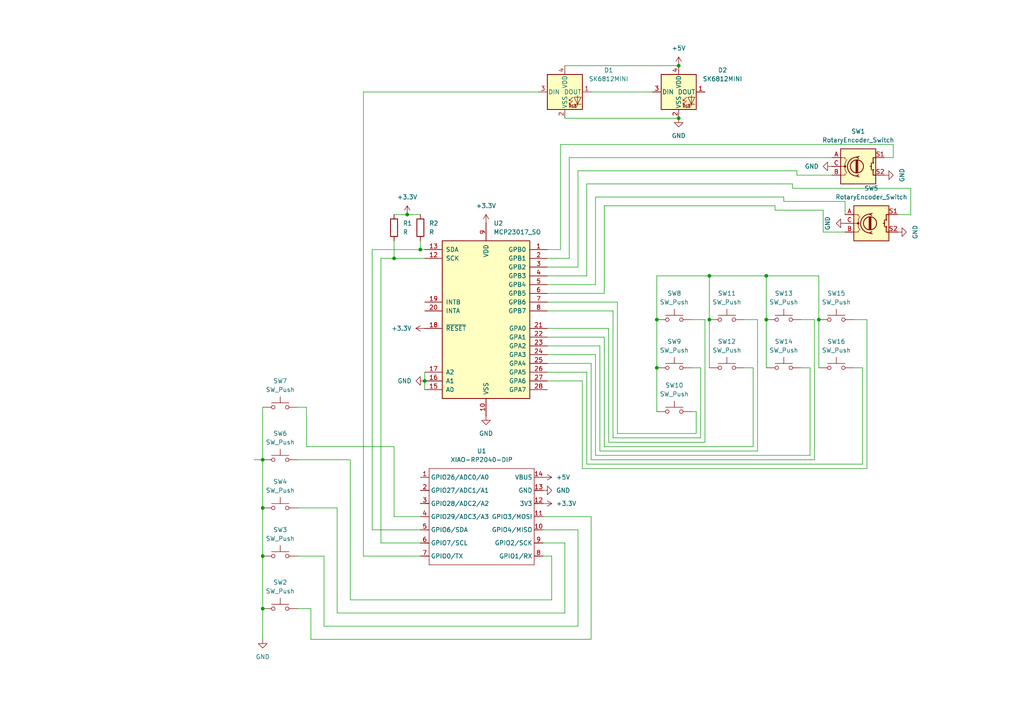
<source format=kicad_sch>
(kicad_sch
	(version 20231120)
	(generator "eeschema")
	(generator_version "8.0")
	(uuid "cd6d712b-292d-462a-af12-9a36de419c7a")
	(paper "A4")
	(lib_symbols
		(symbol "Device:R"
			(pin_numbers hide)
			(pin_names
				(offset 0)
			)
			(exclude_from_sim no)
			(in_bom yes)
			(on_board yes)
			(property "Reference" "R"
				(at 2.032 0 90)
				(effects
					(font
						(size 1.27 1.27)
					)
				)
			)
			(property "Value" "R"
				(at 0 0 90)
				(effects
					(font
						(size 1.27 1.27)
					)
				)
			)
			(property "Footprint" ""
				(at -1.778 0 90)
				(effects
					(font
						(size 1.27 1.27)
					)
					(hide yes)
				)
			)
			(property "Datasheet" "~"
				(at 0 0 0)
				(effects
					(font
						(size 1.27 1.27)
					)
					(hide yes)
				)
			)
			(property "Description" "Resistor"
				(at 0 0 0)
				(effects
					(font
						(size 1.27 1.27)
					)
					(hide yes)
				)
			)
			(property "ki_keywords" "R res resistor"
				(at 0 0 0)
				(effects
					(font
						(size 1.27 1.27)
					)
					(hide yes)
				)
			)
			(property "ki_fp_filters" "R_*"
				(at 0 0 0)
				(effects
					(font
						(size 1.27 1.27)
					)
					(hide yes)
				)
			)
			(symbol "R_0_1"
				(rectangle
					(start -1.016 -2.54)
					(end 1.016 2.54)
					(stroke
						(width 0.254)
						(type default)
					)
					(fill
						(type none)
					)
				)
			)
			(symbol "R_1_1"
				(pin passive line
					(at 0 3.81 270)
					(length 1.27)
					(name "~"
						(effects
							(font
								(size 1.27 1.27)
							)
						)
					)
					(number "1"
						(effects
							(font
								(size 1.27 1.27)
							)
						)
					)
				)
				(pin passive line
					(at 0 -3.81 90)
					(length 1.27)
					(name "~"
						(effects
							(font
								(size 1.27 1.27)
							)
						)
					)
					(number "2"
						(effects
							(font
								(size 1.27 1.27)
							)
						)
					)
				)
			)
		)
		(symbol "Device:RotaryEncoder_Switch"
			(pin_names
				(offset 0.254) hide)
			(exclude_from_sim no)
			(in_bom yes)
			(on_board yes)
			(property "Reference" "SW"
				(at 0 6.604 0)
				(effects
					(font
						(size 1.27 1.27)
					)
				)
			)
			(property "Value" "RotaryEncoder_Switch"
				(at 0 -6.604 0)
				(effects
					(font
						(size 1.27 1.27)
					)
				)
			)
			(property "Footprint" ""
				(at -3.81 4.064 0)
				(effects
					(font
						(size 1.27 1.27)
					)
					(hide yes)
				)
			)
			(property "Datasheet" "~"
				(at 0 6.604 0)
				(effects
					(font
						(size 1.27 1.27)
					)
					(hide yes)
				)
			)
			(property "Description" "Rotary encoder, dual channel, incremental quadrate outputs, with switch"
				(at 0 0 0)
				(effects
					(font
						(size 1.27 1.27)
					)
					(hide yes)
				)
			)
			(property "ki_keywords" "rotary switch encoder switch push button"
				(at 0 0 0)
				(effects
					(font
						(size 1.27 1.27)
					)
					(hide yes)
				)
			)
			(property "ki_fp_filters" "RotaryEncoder*Switch*"
				(at 0 0 0)
				(effects
					(font
						(size 1.27 1.27)
					)
					(hide yes)
				)
			)
			(symbol "RotaryEncoder_Switch_0_1"
				(rectangle
					(start -5.08 5.08)
					(end 5.08 -5.08)
					(stroke
						(width 0.254)
						(type default)
					)
					(fill
						(type background)
					)
				)
				(circle
					(center -3.81 0)
					(radius 0.254)
					(stroke
						(width 0)
						(type default)
					)
					(fill
						(type outline)
					)
				)
				(circle
					(center -0.381 0)
					(radius 1.905)
					(stroke
						(width 0.254)
						(type default)
					)
					(fill
						(type none)
					)
				)
				(arc
					(start -0.381 2.667)
					(mid -3.0988 -0.0635)
					(end -0.381 -2.794)
					(stroke
						(width 0.254)
						(type default)
					)
					(fill
						(type none)
					)
				)
				(polyline
					(pts
						(xy -0.635 -1.778) (xy -0.635 1.778)
					)
					(stroke
						(width 0.254)
						(type default)
					)
					(fill
						(type none)
					)
				)
				(polyline
					(pts
						(xy -0.381 -1.778) (xy -0.381 1.778)
					)
					(stroke
						(width 0.254)
						(type default)
					)
					(fill
						(type none)
					)
				)
				(polyline
					(pts
						(xy -0.127 1.778) (xy -0.127 -1.778)
					)
					(stroke
						(width 0.254)
						(type default)
					)
					(fill
						(type none)
					)
				)
				(polyline
					(pts
						(xy 3.81 0) (xy 3.429 0)
					)
					(stroke
						(width 0.254)
						(type default)
					)
					(fill
						(type none)
					)
				)
				(polyline
					(pts
						(xy 3.81 1.016) (xy 3.81 -1.016)
					)
					(stroke
						(width 0.254)
						(type default)
					)
					(fill
						(type none)
					)
				)
				(polyline
					(pts
						(xy -5.08 -2.54) (xy -3.81 -2.54) (xy -3.81 -2.032)
					)
					(stroke
						(width 0)
						(type default)
					)
					(fill
						(type none)
					)
				)
				(polyline
					(pts
						(xy -5.08 2.54) (xy -3.81 2.54) (xy -3.81 2.032)
					)
					(stroke
						(width 0)
						(type default)
					)
					(fill
						(type none)
					)
				)
				(polyline
					(pts
						(xy 0.254 -3.048) (xy -0.508 -2.794) (xy 0.127 -2.413)
					)
					(stroke
						(width 0.254)
						(type default)
					)
					(fill
						(type none)
					)
				)
				(polyline
					(pts
						(xy 0.254 2.921) (xy -0.508 2.667) (xy 0.127 2.286)
					)
					(stroke
						(width 0.254)
						(type default)
					)
					(fill
						(type none)
					)
				)
				(polyline
					(pts
						(xy 5.08 -2.54) (xy 4.318 -2.54) (xy 4.318 -1.016)
					)
					(stroke
						(width 0.254)
						(type default)
					)
					(fill
						(type none)
					)
				)
				(polyline
					(pts
						(xy 5.08 2.54) (xy 4.318 2.54) (xy 4.318 1.016)
					)
					(stroke
						(width 0.254)
						(type default)
					)
					(fill
						(type none)
					)
				)
				(polyline
					(pts
						(xy -5.08 0) (xy -3.81 0) (xy -3.81 -1.016) (xy -3.302 -2.032)
					)
					(stroke
						(width 0)
						(type default)
					)
					(fill
						(type none)
					)
				)
				(polyline
					(pts
						(xy -4.318 0) (xy -3.81 0) (xy -3.81 1.016) (xy -3.302 2.032)
					)
					(stroke
						(width 0)
						(type default)
					)
					(fill
						(type none)
					)
				)
				(circle
					(center 4.318 -1.016)
					(radius 0.127)
					(stroke
						(width 0.254)
						(type default)
					)
					(fill
						(type none)
					)
				)
				(circle
					(center 4.318 1.016)
					(radius 0.127)
					(stroke
						(width 0.254)
						(type default)
					)
					(fill
						(type none)
					)
				)
			)
			(symbol "RotaryEncoder_Switch_1_1"
				(pin passive line
					(at -7.62 2.54 0)
					(length 2.54)
					(name "A"
						(effects
							(font
								(size 1.27 1.27)
							)
						)
					)
					(number "A"
						(effects
							(font
								(size 1.27 1.27)
							)
						)
					)
				)
				(pin passive line
					(at -7.62 -2.54 0)
					(length 2.54)
					(name "B"
						(effects
							(font
								(size 1.27 1.27)
							)
						)
					)
					(number "B"
						(effects
							(font
								(size 1.27 1.27)
							)
						)
					)
				)
				(pin passive line
					(at -7.62 0 0)
					(length 2.54)
					(name "C"
						(effects
							(font
								(size 1.27 1.27)
							)
						)
					)
					(number "C"
						(effects
							(font
								(size 1.27 1.27)
							)
						)
					)
				)
				(pin passive line
					(at 7.62 2.54 180)
					(length 2.54)
					(name "S1"
						(effects
							(font
								(size 1.27 1.27)
							)
						)
					)
					(number "S1"
						(effects
							(font
								(size 1.27 1.27)
							)
						)
					)
				)
				(pin passive line
					(at 7.62 -2.54 180)
					(length 2.54)
					(name "S2"
						(effects
							(font
								(size 1.27 1.27)
							)
						)
					)
					(number "S2"
						(effects
							(font
								(size 1.27 1.27)
							)
						)
					)
				)
			)
		)
		(symbol "Interface_Expansion:MCP23017_SO"
			(pin_names
				(offset 1.016)
			)
			(exclude_from_sim no)
			(in_bom yes)
			(on_board yes)
			(property "Reference" "U"
				(at -11.43 24.13 0)
				(effects
					(font
						(size 1.27 1.27)
					)
				)
			)
			(property "Value" "MCP23017_SO"
				(at 0 0 0)
				(effects
					(font
						(size 1.27 1.27)
					)
				)
			)
			(property "Footprint" "Package_SO:SOIC-28W_7.5x17.9mm_P1.27mm"
				(at 5.08 -25.4 0)
				(effects
					(font
						(size 1.27 1.27)
					)
					(justify left)
					(hide yes)
				)
			)
			(property "Datasheet" "https://ww1.microchip.com/downloads/aemDocuments/documents/APID/ProductDocuments/DataSheets/MCP23017-Data-Sheet-DS20001952.pdf"
				(at 5.08 -27.94 0)
				(effects
					(font
						(size 1.27 1.27)
					)
					(justify left)
					(hide yes)
				)
			)
			(property "Description" "16-bit I/O expander, I2C, interrupts, w pull-ups, GPA/B7 output only (https://microchip.my.site.com/s/article/GPA7---GPB7-Cannot-Be-Used-as-Inputs-In-MCP23017),  SOIC-28"
				(at 0 0 0)
				(effects
					(font
						(size 1.27 1.27)
					)
					(hide yes)
				)
			)
			(property "ki_keywords" "I2C parallel port expander"
				(at 0 0 0)
				(effects
					(font
						(size 1.27 1.27)
					)
					(hide yes)
				)
			)
			(property "ki_fp_filters" "SOIC*7.5x17.9mm*P1.27mm*"
				(at 0 0 0)
				(effects
					(font
						(size 1.27 1.27)
					)
					(hide yes)
				)
			)
			(symbol "MCP23017_SO_0_1"
				(rectangle
					(start -12.7 22.86)
					(end 12.7 -22.86)
					(stroke
						(width 0.254)
						(type default)
					)
					(fill
						(type background)
					)
				)
			)
			(symbol "MCP23017_SO_1_1"
				(pin bidirectional line
					(at 17.78 20.32 180)
					(length 5.08)
					(name "GPB0"
						(effects
							(font
								(size 1.27 1.27)
							)
						)
					)
					(number "1"
						(effects
							(font
								(size 1.27 1.27)
							)
						)
					)
				)
				(pin power_in line
					(at 0 -27.94 90)
					(length 5.08)
					(name "VSS"
						(effects
							(font
								(size 1.27 1.27)
							)
						)
					)
					(number "10"
						(effects
							(font
								(size 1.27 1.27)
							)
						)
					)
				)
				(pin no_connect line
					(at -12.7 15.24 0)
					(length 5.08) hide
					(name "NC"
						(effects
							(font
								(size 1.27 1.27)
							)
						)
					)
					(number "11"
						(effects
							(font
								(size 1.27 1.27)
							)
						)
					)
				)
				(pin input line
					(at -17.78 17.78 0)
					(length 5.08)
					(name "SCK"
						(effects
							(font
								(size 1.27 1.27)
							)
						)
					)
					(number "12"
						(effects
							(font
								(size 1.27 1.27)
							)
						)
					)
				)
				(pin bidirectional line
					(at -17.78 20.32 0)
					(length 5.08)
					(name "SDA"
						(effects
							(font
								(size 1.27 1.27)
							)
						)
					)
					(number "13"
						(effects
							(font
								(size 1.27 1.27)
							)
						)
					)
				)
				(pin no_connect line
					(at -12.7 12.7 0)
					(length 5.08) hide
					(name "NC"
						(effects
							(font
								(size 1.27 1.27)
							)
						)
					)
					(number "14"
						(effects
							(font
								(size 1.27 1.27)
							)
						)
					)
				)
				(pin input line
					(at -17.78 -20.32 0)
					(length 5.08)
					(name "A0"
						(effects
							(font
								(size 1.27 1.27)
							)
						)
					)
					(number "15"
						(effects
							(font
								(size 1.27 1.27)
							)
						)
					)
				)
				(pin input line
					(at -17.78 -17.78 0)
					(length 5.08)
					(name "A1"
						(effects
							(font
								(size 1.27 1.27)
							)
						)
					)
					(number "16"
						(effects
							(font
								(size 1.27 1.27)
							)
						)
					)
				)
				(pin input line
					(at -17.78 -15.24 0)
					(length 5.08)
					(name "A2"
						(effects
							(font
								(size 1.27 1.27)
							)
						)
					)
					(number "17"
						(effects
							(font
								(size 1.27 1.27)
							)
						)
					)
				)
				(pin input line
					(at -17.78 -2.54 0)
					(length 5.08)
					(name "~{RESET}"
						(effects
							(font
								(size 1.27 1.27)
							)
						)
					)
					(number "18"
						(effects
							(font
								(size 1.27 1.27)
							)
						)
					)
				)
				(pin tri_state line
					(at -17.78 5.08 0)
					(length 5.08)
					(name "INTB"
						(effects
							(font
								(size 1.27 1.27)
							)
						)
					)
					(number "19"
						(effects
							(font
								(size 1.27 1.27)
							)
						)
					)
				)
				(pin bidirectional line
					(at 17.78 17.78 180)
					(length 5.08)
					(name "GPB1"
						(effects
							(font
								(size 1.27 1.27)
							)
						)
					)
					(number "2"
						(effects
							(font
								(size 1.27 1.27)
							)
						)
					)
				)
				(pin tri_state line
					(at -17.78 2.54 0)
					(length 5.08)
					(name "INTA"
						(effects
							(font
								(size 1.27 1.27)
							)
						)
					)
					(number "20"
						(effects
							(font
								(size 1.27 1.27)
							)
						)
					)
				)
				(pin bidirectional line
					(at 17.78 -2.54 180)
					(length 5.08)
					(name "GPA0"
						(effects
							(font
								(size 1.27 1.27)
							)
						)
					)
					(number "21"
						(effects
							(font
								(size 1.27 1.27)
							)
						)
					)
				)
				(pin bidirectional line
					(at 17.78 -5.08 180)
					(length 5.08)
					(name "GPA1"
						(effects
							(font
								(size 1.27 1.27)
							)
						)
					)
					(number "22"
						(effects
							(font
								(size 1.27 1.27)
							)
						)
					)
				)
				(pin bidirectional line
					(at 17.78 -7.62 180)
					(length 5.08)
					(name "GPA2"
						(effects
							(font
								(size 1.27 1.27)
							)
						)
					)
					(number "23"
						(effects
							(font
								(size 1.27 1.27)
							)
						)
					)
				)
				(pin bidirectional line
					(at 17.78 -10.16 180)
					(length 5.08)
					(name "GPA3"
						(effects
							(font
								(size 1.27 1.27)
							)
						)
					)
					(number "24"
						(effects
							(font
								(size 1.27 1.27)
							)
						)
					)
				)
				(pin bidirectional line
					(at 17.78 -12.7 180)
					(length 5.08)
					(name "GPA4"
						(effects
							(font
								(size 1.27 1.27)
							)
						)
					)
					(number "25"
						(effects
							(font
								(size 1.27 1.27)
							)
						)
					)
				)
				(pin bidirectional line
					(at 17.78 -15.24 180)
					(length 5.08)
					(name "GPA5"
						(effects
							(font
								(size 1.27 1.27)
							)
						)
					)
					(number "26"
						(effects
							(font
								(size 1.27 1.27)
							)
						)
					)
				)
				(pin bidirectional line
					(at 17.78 -17.78 180)
					(length 5.08)
					(name "GPA6"
						(effects
							(font
								(size 1.27 1.27)
							)
						)
					)
					(number "27"
						(effects
							(font
								(size 1.27 1.27)
							)
						)
					)
				)
				(pin output line
					(at 17.78 -20.32 180)
					(length 5.08)
					(name "GPA7"
						(effects
							(font
								(size 1.27 1.27)
							)
						)
					)
					(number "28"
						(effects
							(font
								(size 1.27 1.27)
							)
						)
					)
				)
				(pin bidirectional line
					(at 17.78 15.24 180)
					(length 5.08)
					(name "GPB2"
						(effects
							(font
								(size 1.27 1.27)
							)
						)
					)
					(number "3"
						(effects
							(font
								(size 1.27 1.27)
							)
						)
					)
				)
				(pin bidirectional line
					(at 17.78 12.7 180)
					(length 5.08)
					(name "GPB3"
						(effects
							(font
								(size 1.27 1.27)
							)
						)
					)
					(number "4"
						(effects
							(font
								(size 1.27 1.27)
							)
						)
					)
				)
				(pin bidirectional line
					(at 17.78 10.16 180)
					(length 5.08)
					(name "GPB4"
						(effects
							(font
								(size 1.27 1.27)
							)
						)
					)
					(number "5"
						(effects
							(font
								(size 1.27 1.27)
							)
						)
					)
				)
				(pin bidirectional line
					(at 17.78 7.62 180)
					(length 5.08)
					(name "GPB5"
						(effects
							(font
								(size 1.27 1.27)
							)
						)
					)
					(number "6"
						(effects
							(font
								(size 1.27 1.27)
							)
						)
					)
				)
				(pin bidirectional line
					(at 17.78 5.08 180)
					(length 5.08)
					(name "GPB6"
						(effects
							(font
								(size 1.27 1.27)
							)
						)
					)
					(number "7"
						(effects
							(font
								(size 1.27 1.27)
							)
						)
					)
				)
				(pin output line
					(at 17.78 2.54 180)
					(length 5.08)
					(name "GPB7"
						(effects
							(font
								(size 1.27 1.27)
							)
						)
					)
					(number "8"
						(effects
							(font
								(size 1.27 1.27)
							)
						)
					)
				)
				(pin power_in line
					(at 0 27.94 270)
					(length 5.08)
					(name "VDD"
						(effects
							(font
								(size 1.27 1.27)
							)
						)
					)
					(number "9"
						(effects
							(font
								(size 1.27 1.27)
							)
						)
					)
				)
			)
		)
		(symbol "LED:SK6812MINI"
			(pin_names
				(offset 0.254)
			)
			(exclude_from_sim no)
			(in_bom yes)
			(on_board yes)
			(property "Reference" "D"
				(at 5.08 5.715 0)
				(effects
					(font
						(size 1.27 1.27)
					)
					(justify right bottom)
				)
			)
			(property "Value" "SK6812MINI"
				(at 1.27 -5.715 0)
				(effects
					(font
						(size 1.27 1.27)
					)
					(justify left top)
				)
			)
			(property "Footprint" "LED_SMD:LED_SK6812MINI_PLCC4_3.5x3.5mm_P1.75mm"
				(at 1.27 -7.62 0)
				(effects
					(font
						(size 1.27 1.27)
					)
					(justify left top)
					(hide yes)
				)
			)
			(property "Datasheet" "https://cdn-shop.adafruit.com/product-files/2686/SK6812MINI_REV.01-1-2.pdf"
				(at 2.54 -9.525 0)
				(effects
					(font
						(size 1.27 1.27)
					)
					(justify left top)
					(hide yes)
				)
			)
			(property "Description" "RGB LED with integrated controller"
				(at 0 0 0)
				(effects
					(font
						(size 1.27 1.27)
					)
					(hide yes)
				)
			)
			(property "ki_keywords" "RGB LED NeoPixel Mini addressable"
				(at 0 0 0)
				(effects
					(font
						(size 1.27 1.27)
					)
					(hide yes)
				)
			)
			(property "ki_fp_filters" "LED*SK6812MINI*PLCC*3.5x3.5mm*P1.75mm*"
				(at 0 0 0)
				(effects
					(font
						(size 1.27 1.27)
					)
					(hide yes)
				)
			)
			(symbol "SK6812MINI_0_0"
				(text "RGB"
					(at 2.286 -4.191 0)
					(effects
						(font
							(size 0.762 0.762)
						)
					)
				)
			)
			(symbol "SK6812MINI_0_1"
				(polyline
					(pts
						(xy 1.27 -3.556) (xy 1.778 -3.556)
					)
					(stroke
						(width 0)
						(type default)
					)
					(fill
						(type none)
					)
				)
				(polyline
					(pts
						(xy 1.27 -2.54) (xy 1.778 -2.54)
					)
					(stroke
						(width 0)
						(type default)
					)
					(fill
						(type none)
					)
				)
				(polyline
					(pts
						(xy 4.699 -3.556) (xy 2.667 -3.556)
					)
					(stroke
						(width 0)
						(type default)
					)
					(fill
						(type none)
					)
				)
				(polyline
					(pts
						(xy 2.286 -2.54) (xy 1.27 -3.556) (xy 1.27 -3.048)
					)
					(stroke
						(width 0)
						(type default)
					)
					(fill
						(type none)
					)
				)
				(polyline
					(pts
						(xy 2.286 -1.524) (xy 1.27 -2.54) (xy 1.27 -2.032)
					)
					(stroke
						(width 0)
						(type default)
					)
					(fill
						(type none)
					)
				)
				(polyline
					(pts
						(xy 3.683 -1.016) (xy 3.683 -3.556) (xy 3.683 -4.064)
					)
					(stroke
						(width 0)
						(type default)
					)
					(fill
						(type none)
					)
				)
				(polyline
					(pts
						(xy 4.699 -1.524) (xy 2.667 -1.524) (xy 3.683 -3.556) (xy 4.699 -1.524)
					)
					(stroke
						(width 0)
						(type default)
					)
					(fill
						(type none)
					)
				)
				(rectangle
					(start 5.08 5.08)
					(end -5.08 -5.08)
					(stroke
						(width 0.254)
						(type default)
					)
					(fill
						(type background)
					)
				)
			)
			(symbol "SK6812MINI_1_1"
				(pin output line
					(at 7.62 0 180)
					(length 2.54)
					(name "DOUT"
						(effects
							(font
								(size 1.27 1.27)
							)
						)
					)
					(number "1"
						(effects
							(font
								(size 1.27 1.27)
							)
						)
					)
				)
				(pin power_in line
					(at 0 -7.62 90)
					(length 2.54)
					(name "VSS"
						(effects
							(font
								(size 1.27 1.27)
							)
						)
					)
					(number "2"
						(effects
							(font
								(size 1.27 1.27)
							)
						)
					)
				)
				(pin input line
					(at -7.62 0 0)
					(length 2.54)
					(name "DIN"
						(effects
							(font
								(size 1.27 1.27)
							)
						)
					)
					(number "3"
						(effects
							(font
								(size 1.27 1.27)
							)
						)
					)
				)
				(pin power_in line
					(at 0 7.62 270)
					(length 2.54)
					(name "VDD"
						(effects
							(font
								(size 1.27 1.27)
							)
						)
					)
					(number "4"
						(effects
							(font
								(size 1.27 1.27)
							)
						)
					)
				)
			)
		)
		(symbol "OPL:XIAO-RP2040-DIP"
			(exclude_from_sim no)
			(in_bom yes)
			(on_board yes)
			(property "Reference" "U"
				(at 0 0 0)
				(effects
					(font
						(size 1.27 1.27)
					)
				)
			)
			(property "Value" "XIAO-RP2040-DIP"
				(at 5.334 -1.778 0)
				(effects
					(font
						(size 1.27 1.27)
					)
				)
			)
			(property "Footprint" "Module:MOUDLE14P-XIAO-DIP-SMD"
				(at 14.478 -32.258 0)
				(effects
					(font
						(size 1.27 1.27)
					)
					(hide yes)
				)
			)
			(property "Datasheet" ""
				(at 0 0 0)
				(effects
					(font
						(size 1.27 1.27)
					)
					(hide yes)
				)
			)
			(property "Description" ""
				(at 0 0 0)
				(effects
					(font
						(size 1.27 1.27)
					)
					(hide yes)
				)
			)
			(symbol "XIAO-RP2040-DIP_1_0"
				(polyline
					(pts
						(xy -1.27 -30.48) (xy -1.27 -16.51)
					)
					(stroke
						(width 0.1524)
						(type solid)
					)
					(fill
						(type none)
					)
				)
				(polyline
					(pts
						(xy -1.27 -27.94) (xy -2.54 -27.94)
					)
					(stroke
						(width 0.1524)
						(type solid)
					)
					(fill
						(type none)
					)
				)
				(polyline
					(pts
						(xy -1.27 -24.13) (xy -2.54 -24.13)
					)
					(stroke
						(width 0.1524)
						(type solid)
					)
					(fill
						(type none)
					)
				)
				(polyline
					(pts
						(xy -1.27 -20.32) (xy -2.54 -20.32)
					)
					(stroke
						(width 0.1524)
						(type solid)
					)
					(fill
						(type none)
					)
				)
				(polyline
					(pts
						(xy -1.27 -16.51) (xy -2.54 -16.51)
					)
					(stroke
						(width 0.1524)
						(type solid)
					)
					(fill
						(type none)
					)
				)
				(polyline
					(pts
						(xy -1.27 -16.51) (xy -1.27 -12.7)
					)
					(stroke
						(width 0.1524)
						(type solid)
					)
					(fill
						(type none)
					)
				)
				(polyline
					(pts
						(xy -1.27 -12.7) (xy -2.54 -12.7)
					)
					(stroke
						(width 0.1524)
						(type solid)
					)
					(fill
						(type none)
					)
				)
				(polyline
					(pts
						(xy -1.27 -12.7) (xy -1.27 -8.89)
					)
					(stroke
						(width 0.1524)
						(type solid)
					)
					(fill
						(type none)
					)
				)
				(polyline
					(pts
						(xy -1.27 -8.89) (xy -2.54 -8.89)
					)
					(stroke
						(width 0.1524)
						(type solid)
					)
					(fill
						(type none)
					)
				)
				(polyline
					(pts
						(xy -1.27 -8.89) (xy -1.27 -5.08)
					)
					(stroke
						(width 0.1524)
						(type solid)
					)
					(fill
						(type none)
					)
				)
				(polyline
					(pts
						(xy -1.27 -5.08) (xy -2.54 -5.08)
					)
					(stroke
						(width 0.1524)
						(type solid)
					)
					(fill
						(type none)
					)
				)
				(polyline
					(pts
						(xy -1.27 -5.08) (xy -1.27 -2.54)
					)
					(stroke
						(width 0.1524)
						(type solid)
					)
					(fill
						(type none)
					)
				)
				(polyline
					(pts
						(xy -1.27 -2.54) (xy 29.21 -2.54)
					)
					(stroke
						(width 0.1524)
						(type solid)
					)
					(fill
						(type none)
					)
				)
				(polyline
					(pts
						(xy 29.21 -30.48) (xy -1.27 -30.48)
					)
					(stroke
						(width 0.1524)
						(type solid)
					)
					(fill
						(type none)
					)
				)
				(polyline
					(pts
						(xy 29.21 -12.7) (xy 29.21 -30.48)
					)
					(stroke
						(width 0.1524)
						(type solid)
					)
					(fill
						(type none)
					)
				)
				(polyline
					(pts
						(xy 29.21 -8.89) (xy 29.21 -12.7)
					)
					(stroke
						(width 0.1524)
						(type solid)
					)
					(fill
						(type none)
					)
				)
				(polyline
					(pts
						(xy 29.21 -5.08) (xy 29.21 -8.89)
					)
					(stroke
						(width 0.1524)
						(type solid)
					)
					(fill
						(type none)
					)
				)
				(polyline
					(pts
						(xy 29.21 -2.54) (xy 29.21 -5.08)
					)
					(stroke
						(width 0.1524)
						(type solid)
					)
					(fill
						(type none)
					)
				)
				(polyline
					(pts
						(xy 30.48 -27.94) (xy 29.21 -27.94)
					)
					(stroke
						(width 0.1524)
						(type solid)
					)
					(fill
						(type none)
					)
				)
				(polyline
					(pts
						(xy 30.48 -24.13) (xy 29.21 -24.13)
					)
					(stroke
						(width 0.1524)
						(type solid)
					)
					(fill
						(type none)
					)
				)
				(polyline
					(pts
						(xy 30.48 -20.32) (xy 29.21 -20.32)
					)
					(stroke
						(width 0.1524)
						(type solid)
					)
					(fill
						(type none)
					)
				)
				(polyline
					(pts
						(xy 30.48 -16.51) (xy 29.21 -16.51)
					)
					(stroke
						(width 0.1524)
						(type solid)
					)
					(fill
						(type none)
					)
				)
				(polyline
					(pts
						(xy 30.48 -12.7) (xy 29.21 -12.7)
					)
					(stroke
						(width 0.1524)
						(type solid)
					)
					(fill
						(type none)
					)
				)
				(polyline
					(pts
						(xy 30.48 -8.89) (xy 29.21 -8.89)
					)
					(stroke
						(width 0.1524)
						(type solid)
					)
					(fill
						(type none)
					)
				)
				(polyline
					(pts
						(xy 30.48 -5.08) (xy 29.21 -5.08)
					)
					(stroke
						(width 0.1524)
						(type solid)
					)
					(fill
						(type none)
					)
				)
				(pin passive line
					(at -3.81 -5.08 0)
					(length 2.54)
					(name "GPIO26/ADC0/A0"
						(effects
							(font
								(size 1.27 1.27)
							)
						)
					)
					(number "1"
						(effects
							(font
								(size 1.27 1.27)
							)
						)
					)
				)
				(pin passive line
					(at 31.75 -20.32 180)
					(length 2.54)
					(name "GPIO4/MISO"
						(effects
							(font
								(size 1.27 1.27)
							)
						)
					)
					(number "10"
						(effects
							(font
								(size 1.27 1.27)
							)
						)
					)
				)
				(pin passive line
					(at 31.75 -16.51 180)
					(length 2.54)
					(name "GPIO3/MOSI"
						(effects
							(font
								(size 1.27 1.27)
							)
						)
					)
					(number "11"
						(effects
							(font
								(size 1.27 1.27)
							)
						)
					)
				)
				(pin passive line
					(at 31.75 -12.7 180)
					(length 2.54)
					(name "3V3"
						(effects
							(font
								(size 1.27 1.27)
							)
						)
					)
					(number "12"
						(effects
							(font
								(size 1.27 1.27)
							)
						)
					)
				)
				(pin passive line
					(at 31.75 -8.89 180)
					(length 2.54)
					(name "GND"
						(effects
							(font
								(size 1.27 1.27)
							)
						)
					)
					(number "13"
						(effects
							(font
								(size 1.27 1.27)
							)
						)
					)
				)
				(pin passive line
					(at 31.75 -5.08 180)
					(length 2.54)
					(name "VBUS"
						(effects
							(font
								(size 1.27 1.27)
							)
						)
					)
					(number "14"
						(effects
							(font
								(size 1.27 1.27)
							)
						)
					)
				)
				(pin passive line
					(at -3.81 -8.89 0)
					(length 2.54)
					(name "GPIO27/ADC1/A1"
						(effects
							(font
								(size 1.27 1.27)
							)
						)
					)
					(number "2"
						(effects
							(font
								(size 1.27 1.27)
							)
						)
					)
				)
				(pin passive line
					(at -3.81 -12.7 0)
					(length 2.54)
					(name "GPIO28/ADC2/A2"
						(effects
							(font
								(size 1.27 1.27)
							)
						)
					)
					(number "3"
						(effects
							(font
								(size 1.27 1.27)
							)
						)
					)
				)
				(pin passive line
					(at -3.81 -16.51 0)
					(length 2.54)
					(name "GPIO29/ADC3/A3"
						(effects
							(font
								(size 1.27 1.27)
							)
						)
					)
					(number "4"
						(effects
							(font
								(size 1.27 1.27)
							)
						)
					)
				)
				(pin passive line
					(at -3.81 -20.32 0)
					(length 2.54)
					(name "GPIO6/SDA"
						(effects
							(font
								(size 1.27 1.27)
							)
						)
					)
					(number "5"
						(effects
							(font
								(size 1.27 1.27)
							)
						)
					)
				)
				(pin passive line
					(at -3.81 -24.13 0)
					(length 2.54)
					(name "GPIO7/SCL"
						(effects
							(font
								(size 1.27 1.27)
							)
						)
					)
					(number "6"
						(effects
							(font
								(size 1.27 1.27)
							)
						)
					)
				)
				(pin passive line
					(at -3.81 -27.94 0)
					(length 2.54)
					(name "GPIO0/TX"
						(effects
							(font
								(size 1.27 1.27)
							)
						)
					)
					(number "7"
						(effects
							(font
								(size 1.27 1.27)
							)
						)
					)
				)
				(pin passive line
					(at 31.75 -27.94 180)
					(length 2.54)
					(name "GPIO1/RX"
						(effects
							(font
								(size 1.27 1.27)
							)
						)
					)
					(number "8"
						(effects
							(font
								(size 1.27 1.27)
							)
						)
					)
				)
				(pin passive line
					(at 31.75 -24.13 180)
					(length 2.54)
					(name "GPIO2/SCK"
						(effects
							(font
								(size 1.27 1.27)
							)
						)
					)
					(number "9"
						(effects
							(font
								(size 1.27 1.27)
							)
						)
					)
				)
			)
		)
		(symbol "Switch:SW_Push"
			(pin_numbers hide)
			(pin_names
				(offset 1.016) hide)
			(exclude_from_sim no)
			(in_bom yes)
			(on_board yes)
			(property "Reference" "SW"
				(at 1.27 2.54 0)
				(effects
					(font
						(size 1.27 1.27)
					)
					(justify left)
				)
			)
			(property "Value" "SW_Push"
				(at 0 -1.524 0)
				(effects
					(font
						(size 1.27 1.27)
					)
				)
			)
			(property "Footprint" ""
				(at 0 5.08 0)
				(effects
					(font
						(size 1.27 1.27)
					)
					(hide yes)
				)
			)
			(property "Datasheet" "~"
				(at 0 5.08 0)
				(effects
					(font
						(size 1.27 1.27)
					)
					(hide yes)
				)
			)
			(property "Description" "Push button switch, generic, two pins"
				(at 0 0 0)
				(effects
					(font
						(size 1.27 1.27)
					)
					(hide yes)
				)
			)
			(property "ki_keywords" "switch normally-open pushbutton push-button"
				(at 0 0 0)
				(effects
					(font
						(size 1.27 1.27)
					)
					(hide yes)
				)
			)
			(symbol "SW_Push_0_1"
				(circle
					(center -2.032 0)
					(radius 0.508)
					(stroke
						(width 0)
						(type default)
					)
					(fill
						(type none)
					)
				)
				(polyline
					(pts
						(xy 0 1.27) (xy 0 3.048)
					)
					(stroke
						(width 0)
						(type default)
					)
					(fill
						(type none)
					)
				)
				(polyline
					(pts
						(xy 2.54 1.27) (xy -2.54 1.27)
					)
					(stroke
						(width 0)
						(type default)
					)
					(fill
						(type none)
					)
				)
				(circle
					(center 2.032 0)
					(radius 0.508)
					(stroke
						(width 0)
						(type default)
					)
					(fill
						(type none)
					)
				)
				(pin passive line
					(at -5.08 0 0)
					(length 2.54)
					(name "1"
						(effects
							(font
								(size 1.27 1.27)
							)
						)
					)
					(number "1"
						(effects
							(font
								(size 1.27 1.27)
							)
						)
					)
				)
				(pin passive line
					(at 5.08 0 180)
					(length 2.54)
					(name "2"
						(effects
							(font
								(size 1.27 1.27)
							)
						)
					)
					(number "2"
						(effects
							(font
								(size 1.27 1.27)
							)
						)
					)
				)
			)
		)
		(symbol "power:+3.3V"
			(power)
			(pin_numbers hide)
			(pin_names
				(offset 0) hide)
			(exclude_from_sim no)
			(in_bom yes)
			(on_board yes)
			(property "Reference" "#PWR"
				(at 0 -3.81 0)
				(effects
					(font
						(size 1.27 1.27)
					)
					(hide yes)
				)
			)
			(property "Value" "+3.3V"
				(at 0 3.556 0)
				(effects
					(font
						(size 1.27 1.27)
					)
				)
			)
			(property "Footprint" ""
				(at 0 0 0)
				(effects
					(font
						(size 1.27 1.27)
					)
					(hide yes)
				)
			)
			(property "Datasheet" ""
				(at 0 0 0)
				(effects
					(font
						(size 1.27 1.27)
					)
					(hide yes)
				)
			)
			(property "Description" "Power symbol creates a global label with name \"+3.3V\""
				(at 0 0 0)
				(effects
					(font
						(size 1.27 1.27)
					)
					(hide yes)
				)
			)
			(property "ki_keywords" "global power"
				(at 0 0 0)
				(effects
					(font
						(size 1.27 1.27)
					)
					(hide yes)
				)
			)
			(symbol "+3.3V_0_1"
				(polyline
					(pts
						(xy -0.762 1.27) (xy 0 2.54)
					)
					(stroke
						(width 0)
						(type default)
					)
					(fill
						(type none)
					)
				)
				(polyline
					(pts
						(xy 0 0) (xy 0 2.54)
					)
					(stroke
						(width 0)
						(type default)
					)
					(fill
						(type none)
					)
				)
				(polyline
					(pts
						(xy 0 2.54) (xy 0.762 1.27)
					)
					(stroke
						(width 0)
						(type default)
					)
					(fill
						(type none)
					)
				)
			)
			(symbol "+3.3V_1_1"
				(pin power_in line
					(at 0 0 90)
					(length 0)
					(name "~"
						(effects
							(font
								(size 1.27 1.27)
							)
						)
					)
					(number "1"
						(effects
							(font
								(size 1.27 1.27)
							)
						)
					)
				)
			)
		)
		(symbol "power:+5V"
			(power)
			(pin_numbers hide)
			(pin_names
				(offset 0) hide)
			(exclude_from_sim no)
			(in_bom yes)
			(on_board yes)
			(property "Reference" "#PWR"
				(at 0 -3.81 0)
				(effects
					(font
						(size 1.27 1.27)
					)
					(hide yes)
				)
			)
			(property "Value" "+5V"
				(at 0 3.556 0)
				(effects
					(font
						(size 1.27 1.27)
					)
				)
			)
			(property "Footprint" ""
				(at 0 0 0)
				(effects
					(font
						(size 1.27 1.27)
					)
					(hide yes)
				)
			)
			(property "Datasheet" ""
				(at 0 0 0)
				(effects
					(font
						(size 1.27 1.27)
					)
					(hide yes)
				)
			)
			(property "Description" "Power symbol creates a global label with name \"+5V\""
				(at 0 0 0)
				(effects
					(font
						(size 1.27 1.27)
					)
					(hide yes)
				)
			)
			(property "ki_keywords" "global power"
				(at 0 0 0)
				(effects
					(font
						(size 1.27 1.27)
					)
					(hide yes)
				)
			)
			(symbol "+5V_0_1"
				(polyline
					(pts
						(xy -0.762 1.27) (xy 0 2.54)
					)
					(stroke
						(width 0)
						(type default)
					)
					(fill
						(type none)
					)
				)
				(polyline
					(pts
						(xy 0 0) (xy 0 2.54)
					)
					(stroke
						(width 0)
						(type default)
					)
					(fill
						(type none)
					)
				)
				(polyline
					(pts
						(xy 0 2.54) (xy 0.762 1.27)
					)
					(stroke
						(width 0)
						(type default)
					)
					(fill
						(type none)
					)
				)
			)
			(symbol "+5V_1_1"
				(pin power_in line
					(at 0 0 90)
					(length 0)
					(name "~"
						(effects
							(font
								(size 1.27 1.27)
							)
						)
					)
					(number "1"
						(effects
							(font
								(size 1.27 1.27)
							)
						)
					)
				)
			)
		)
		(symbol "power:GND"
			(power)
			(pin_numbers hide)
			(pin_names
				(offset 0) hide)
			(exclude_from_sim no)
			(in_bom yes)
			(on_board yes)
			(property "Reference" "#PWR"
				(at 0 -6.35 0)
				(effects
					(font
						(size 1.27 1.27)
					)
					(hide yes)
				)
			)
			(property "Value" "GND"
				(at 0 -3.81 0)
				(effects
					(font
						(size 1.27 1.27)
					)
				)
			)
			(property "Footprint" ""
				(at 0 0 0)
				(effects
					(font
						(size 1.27 1.27)
					)
					(hide yes)
				)
			)
			(property "Datasheet" ""
				(at 0 0 0)
				(effects
					(font
						(size 1.27 1.27)
					)
					(hide yes)
				)
			)
			(property "Description" "Power symbol creates a global label with name \"GND\" , ground"
				(at 0 0 0)
				(effects
					(font
						(size 1.27 1.27)
					)
					(hide yes)
				)
			)
			(property "ki_keywords" "global power"
				(at 0 0 0)
				(effects
					(font
						(size 1.27 1.27)
					)
					(hide yes)
				)
			)
			(symbol "GND_0_1"
				(polyline
					(pts
						(xy 0 0) (xy 0 -1.27) (xy 1.27 -1.27) (xy 0 -2.54) (xy -1.27 -1.27) (xy 0 -1.27)
					)
					(stroke
						(width 0)
						(type default)
					)
					(fill
						(type none)
					)
				)
			)
			(symbol "GND_1_1"
				(pin power_in line
					(at 0 0 270)
					(length 0)
					(name "~"
						(effects
							(font
								(size 1.27 1.27)
							)
						)
					)
					(number "1"
						(effects
							(font
								(size 1.27 1.27)
							)
						)
					)
				)
			)
		)
	)
	(junction
		(at 123.19 110.49)
		(diameter 0)
		(color 0 0 0 0)
		(uuid "12829d5a-8ff4-4e04-bd5b-0c25e72380e4")
	)
	(junction
		(at 76.2 147.32)
		(diameter 0)
		(color 0 0 0 0)
		(uuid "25027691-83e0-48dc-a00d-09b888de6194")
	)
	(junction
		(at 121.92 72.39)
		(diameter 0)
		(color 0 0 0 0)
		(uuid "2e5777e0-7a8b-4540-a37f-4ea8815dffc2")
	)
	(junction
		(at 196.85 34.29)
		(diameter 0)
		(color 0 0 0 0)
		(uuid "362d7300-c583-4420-a6ec-4e268ca0457f")
	)
	(junction
		(at 222.25 92.71)
		(diameter 0)
		(color 0 0 0 0)
		(uuid "493dc265-21f1-4a0f-8305-dafa929b2c6e")
	)
	(junction
		(at 190.5 92.71)
		(diameter 0)
		(color 0 0 0 0)
		(uuid "56556821-5682-4b28-88d4-d33231583619")
	)
	(junction
		(at 76.2 176.53)
		(diameter 0)
		(color 0 0 0 0)
		(uuid "615c59bb-c237-404c-856f-9fea23804e3f")
	)
	(junction
		(at 190.5 106.68)
		(diameter 0)
		(color 0 0 0 0)
		(uuid "6e0196da-1749-414d-9643-684b5fb70d6c")
	)
	(junction
		(at 205.74 92.71)
		(diameter 0)
		(color 0 0 0 0)
		(uuid "6f1c3a5f-9047-4ed6-b012-31b62a2a3b2a")
	)
	(junction
		(at 196.85 19.05)
		(diameter 0)
		(color 0 0 0 0)
		(uuid "81212503-7b76-4467-aeba-7ee9591881b6")
	)
	(junction
		(at 222.25 80.01)
		(diameter 0)
		(color 0 0 0 0)
		(uuid "83e4de33-df5f-4999-b8ab-400566b9de71")
	)
	(junction
		(at 118.11 62.23)
		(diameter 0)
		(color 0 0 0 0)
		(uuid "8b3884e0-641e-4288-a04a-3e6c519517b2")
	)
	(junction
		(at 237.49 92.71)
		(diameter 0)
		(color 0 0 0 0)
		(uuid "9e394210-12b9-41c0-9667-2831af10899c")
	)
	(junction
		(at 76.2 161.29)
		(diameter 0)
		(color 0 0 0 0)
		(uuid "c5e4e9f1-cc16-46df-9f48-b4daeedd0d3b")
	)
	(junction
		(at 114.3 74.93)
		(diameter 0)
		(color 0 0 0 0)
		(uuid "ef77b889-fff3-4a14-92fa-448a6c9073f3")
	)
	(junction
		(at 76.2 133.35)
		(diameter 0)
		(color 0 0 0 0)
		(uuid "f6ae734c-6485-4619-a2b1-5e5b9dacfd25")
	)
	(junction
		(at 205.74 80.01)
		(diameter 0)
		(color 0 0 0 0)
		(uuid "f97686b1-9ca6-494f-9269-586a492044ae")
	)
	(wire
		(pts
			(xy 76.2 133.35) (xy 76.2 147.32)
		)
		(stroke
			(width 0)
			(type default)
		)
		(uuid "01a0a5b5-9e0f-4b52-9afa-0e6af2dadac7")
	)
	(wire
		(pts
			(xy 219.71 92.71) (xy 219.71 130.81)
		)
		(stroke
			(width 0)
			(type default)
		)
		(uuid "01a57748-1149-47bf-b91e-0275ed59817e")
	)
	(wire
		(pts
			(xy 97.79 177.8) (xy 97.79 147.32)
		)
		(stroke
			(width 0)
			(type default)
		)
		(uuid "02932e09-c423-43a8-b46e-a1dcaade3619")
	)
	(wire
		(pts
			(xy 175.26 59.69) (xy 224.79 59.69)
		)
		(stroke
			(width 0)
			(type default)
		)
		(uuid "03c4f391-8659-42e5-8707-cfd8a07b212d")
	)
	(wire
		(pts
			(xy 162.56 41.91) (xy 162.56 72.39)
		)
		(stroke
			(width 0)
			(type default)
		)
		(uuid "04c6a8ed-bd14-4702-9c4a-4d0c36e3a391")
	)
	(wire
		(pts
			(xy 245.11 67.31) (xy 238.76 67.31)
		)
		(stroke
			(width 0)
			(type default)
		)
		(uuid "0565240c-ed71-4362-96ed-2c5d00b3da13")
	)
	(wire
		(pts
			(xy 215.9 92.71) (xy 219.71 92.71)
		)
		(stroke
			(width 0)
			(type default)
		)
		(uuid "07d65bed-9566-4104-9a3a-223f04e18f90")
	)
	(wire
		(pts
			(xy 165.1 45.72) (xy 165.1 74.93)
		)
		(stroke
			(width 0)
			(type default)
		)
		(uuid "09a3c445-6116-4de6-9a45-bf28a384702b")
	)
	(wire
		(pts
			(xy 172.72 57.15) (xy 227.33 57.15)
		)
		(stroke
			(width 0)
			(type default)
		)
		(uuid "09cfcb21-4b51-468f-9637-2417c5854c1a")
	)
	(wire
		(pts
			(xy 171.45 105.41) (xy 158.75 105.41)
		)
		(stroke
			(width 0)
			(type default)
		)
		(uuid "0a2e1d1c-786f-48d6-bf31-4f3f0863ae4e")
	)
	(wire
		(pts
			(xy 190.5 106.68) (xy 190.5 92.71)
		)
		(stroke
			(width 0)
			(type default)
		)
		(uuid "0bae3f30-53d3-4084-a5a3-d4fd84034d52")
	)
	(wire
		(pts
			(xy 157.48 153.67) (xy 167.64 153.67)
		)
		(stroke
			(width 0)
			(type default)
		)
		(uuid "0d188d4e-abac-4603-be05-f328908d8fe3")
	)
	(wire
		(pts
			(xy 76.2 147.32) (xy 76.2 161.29)
		)
		(stroke
			(width 0)
			(type default)
		)
		(uuid "1150e79d-7045-4a42-b09b-c85a68c3c745")
	)
	(wire
		(pts
			(xy 123.19 110.49) (xy 123.19 107.95)
		)
		(stroke
			(width 0)
			(type default)
		)
		(uuid "131f618c-1fc3-4714-b0a6-b1caa53824b9")
	)
	(wire
		(pts
			(xy 76.2 161.29) (xy 76.2 176.53)
		)
		(stroke
			(width 0)
			(type default)
		)
		(uuid "1e7dd085-b5cd-40c9-9e71-656fcd9b3cff")
	)
	(wire
		(pts
			(xy 172.72 102.87) (xy 158.75 102.87)
		)
		(stroke
			(width 0)
			(type default)
		)
		(uuid "1f9556af-537c-4897-a0b7-b71d0ea4842e")
	)
	(wire
		(pts
			(xy 114.3 62.23) (xy 118.11 62.23)
		)
		(stroke
			(width 0)
			(type default)
		)
		(uuid "1fdfa60b-2b46-4da2-9a0e-72cc1aa35d81")
	)
	(wire
		(pts
			(xy 227.33 58.42) (xy 245.11 58.42)
		)
		(stroke
			(width 0)
			(type default)
		)
		(uuid "258b539b-b648-479e-a5b4-3af56ba9b073")
	)
	(wire
		(pts
			(xy 163.83 157.48) (xy 163.83 177.8)
		)
		(stroke
			(width 0)
			(type default)
		)
		(uuid "25d0cfc9-27a5-4913-bda2-61b3f702d179")
	)
	(wire
		(pts
			(xy 93.98 181.61) (xy 93.98 161.29)
		)
		(stroke
			(width 0)
			(type default)
		)
		(uuid "27a98a4d-9687-4bcc-a694-7017e29cf510")
	)
	(wire
		(pts
			(xy 162.56 72.39) (xy 158.75 72.39)
		)
		(stroke
			(width 0)
			(type default)
		)
		(uuid "2a0c0b8f-87df-4ff4-8bc2-d6aa15376518")
	)
	(wire
		(pts
			(xy 175.26 97.79) (xy 158.75 97.79)
		)
		(stroke
			(width 0)
			(type default)
		)
		(uuid "2a956db3-e882-4847-b14b-6f0bf5937f7c")
	)
	(wire
		(pts
			(xy 158.75 77.47) (xy 167.64 77.47)
		)
		(stroke
			(width 0)
			(type default)
		)
		(uuid "2b2ad551-9cef-4397-b1ba-c2a522f90960")
	)
	(wire
		(pts
			(xy 250.19 106.68) (xy 250.19 134.62)
		)
		(stroke
			(width 0)
			(type default)
		)
		(uuid "2cb34736-692d-419b-9183-f96fa320787e")
	)
	(wire
		(pts
			(xy 177.8 127) (xy 177.8 90.17)
		)
		(stroke
			(width 0)
			(type default)
		)
		(uuid "2d19b9b8-4810-41f3-8fdc-771b21b9f3d4")
	)
	(wire
		(pts
			(xy 107.95 72.39) (xy 107.95 153.67)
		)
		(stroke
			(width 0)
			(type default)
		)
		(uuid "2dc9363d-eab8-4049-9f5a-a8c895e2a488")
	)
	(wire
		(pts
			(xy 121.92 72.39) (xy 107.95 72.39)
		)
		(stroke
			(width 0)
			(type default)
		)
		(uuid "30735c61-9992-4ae3-a0f3-eb831f425d69")
	)
	(wire
		(pts
			(xy 90.17 185.42) (xy 90.17 176.53)
		)
		(stroke
			(width 0)
			(type default)
		)
		(uuid "315efcc1-cb21-493f-aeaf-00e4f7e5b389")
	)
	(wire
		(pts
			(xy 245.11 58.42) (xy 245.11 62.23)
		)
		(stroke
			(width 0)
			(type default)
		)
		(uuid "31e8dc18-1168-4f3a-b9ce-f97c6f2b69b6")
	)
	(wire
		(pts
			(xy 247.65 92.71) (xy 251.46 92.71)
		)
		(stroke
			(width 0)
			(type default)
		)
		(uuid "3337093f-903d-4b4c-8742-c73561f2dc45")
	)
	(wire
		(pts
			(xy 167.64 49.53) (xy 231.14 49.53)
		)
		(stroke
			(width 0)
			(type default)
		)
		(uuid "36a20d1f-477d-4ae8-a010-eb07d56d6257")
	)
	(wire
		(pts
			(xy 238.76 67.31) (xy 238.76 60.96)
		)
		(stroke
			(width 0)
			(type default)
		)
		(uuid "384b0296-68af-443a-9d2a-ba7b6b54d5ee")
	)
	(wire
		(pts
			(xy 158.75 80.01) (xy 170.18 80.01)
		)
		(stroke
			(width 0)
			(type default)
		)
		(uuid "38756100-692f-4b2f-9a58-cbc1a1774dde")
	)
	(wire
		(pts
			(xy 168.91 135.89) (xy 168.91 110.49)
		)
		(stroke
			(width 0)
			(type default)
		)
		(uuid "39570f52-bf89-4fdc-ab9c-6aff3470d7ff")
	)
	(wire
		(pts
			(xy 205.74 106.68) (xy 205.74 92.71)
		)
		(stroke
			(width 0)
			(type default)
		)
		(uuid "3982b2c1-3cff-4915-b7ec-1b8d45323202")
	)
	(wire
		(pts
			(xy 167.64 49.53) (xy 167.64 77.47)
		)
		(stroke
			(width 0)
			(type default)
		)
		(uuid "3a7ea409-062f-44bf-9db5-4e02b7c63d78")
	)
	(wire
		(pts
			(xy 203.2 106.68) (xy 203.2 127)
		)
		(stroke
			(width 0)
			(type default)
		)
		(uuid "406ea7b4-bbca-4ce2-bc9f-8d947990798a")
	)
	(wire
		(pts
			(xy 203.2 127) (xy 177.8 127)
		)
		(stroke
			(width 0)
			(type default)
		)
		(uuid "443c0560-5dab-4f86-8eef-b717c5368e6d")
	)
	(wire
		(pts
			(xy 76.2 118.11) (xy 76.2 133.35)
		)
		(stroke
			(width 0)
			(type default)
		)
		(uuid "45461608-060c-4e07-820a-63a5307086aa")
	)
	(wire
		(pts
			(xy 179.07 125.73) (xy 179.07 87.63)
		)
		(stroke
			(width 0)
			(type default)
		)
		(uuid "4768cb4a-3cda-40ba-ab35-507898b38740")
	)
	(wire
		(pts
			(xy 177.8 90.17) (xy 158.75 90.17)
		)
		(stroke
			(width 0)
			(type default)
		)
		(uuid "4a7f0939-486e-4a82-bcd9-a60c08ac005f")
	)
	(wire
		(pts
			(xy 176.53 95.25) (xy 158.75 95.25)
		)
		(stroke
			(width 0)
			(type default)
		)
		(uuid "4e2dcec7-81de-44d8-97f2-786e8bb63a3b")
	)
	(wire
		(pts
			(xy 163.83 177.8) (xy 97.79 177.8)
		)
		(stroke
			(width 0)
			(type default)
		)
		(uuid "54d4ea39-13bc-4358-b8a9-5f0638f787fd")
	)
	(wire
		(pts
			(xy 160.02 173.99) (xy 101.6 173.99)
		)
		(stroke
			(width 0)
			(type default)
		)
		(uuid "55c4fdf9-addb-4f77-9738-7be24e3bc987")
	)
	(wire
		(pts
			(xy 204.47 128.27) (xy 176.53 128.27)
		)
		(stroke
			(width 0)
			(type default)
		)
		(uuid "562ceb38-1e77-4b07-9c5a-2e68c46f8d5b")
	)
	(wire
		(pts
			(xy 237.49 92.71) (xy 237.49 106.68)
		)
		(stroke
			(width 0)
			(type default)
		)
		(uuid "5974dfa1-3729-45fb-8f37-d366a3ab4b57")
	)
	(wire
		(pts
			(xy 200.66 92.71) (xy 204.47 92.71)
		)
		(stroke
			(width 0)
			(type default)
		)
		(uuid "59a6eae9-a97b-4bd4-9e82-f283df948e88")
	)
	(wire
		(pts
			(xy 250.19 134.62) (xy 170.18 134.62)
		)
		(stroke
			(width 0)
			(type default)
		)
		(uuid "59b720bd-6821-4e71-84e8-623d0744f086")
	)
	(wire
		(pts
			(xy 204.47 92.71) (xy 204.47 128.27)
		)
		(stroke
			(width 0)
			(type default)
		)
		(uuid "5ad2e89c-c701-499d-a8ad-761600ba051f")
	)
	(wire
		(pts
			(xy 76.2 176.53) (xy 76.2 185.42)
		)
		(stroke
			(width 0)
			(type default)
		)
		(uuid "5bff117b-0d1a-466c-943c-2f41271a0b17")
	)
	(wire
		(pts
			(xy 190.5 92.71) (xy 190.5 80.01)
		)
		(stroke
			(width 0)
			(type default)
		)
		(uuid "5daf2846-ae0d-4510-8e3d-ea5a84afbacb")
	)
	(wire
		(pts
			(xy 201.93 125.73) (xy 179.07 125.73)
		)
		(stroke
			(width 0)
			(type default)
		)
		(uuid "5f39cb1e-8ec8-4df8-9d43-b89e638a9d80")
	)
	(wire
		(pts
			(xy 172.72 132.08) (xy 172.72 102.87)
		)
		(stroke
			(width 0)
			(type default)
		)
		(uuid "61f0fe2c-7872-48d3-86c6-20860aaeaad9")
	)
	(wire
		(pts
			(xy 90.17 176.53) (xy 86.36 176.53)
		)
		(stroke
			(width 0)
			(type default)
		)
		(uuid "62b88bb2-0ddc-4548-9528-a310b048b0af")
	)
	(wire
		(pts
			(xy 167.64 181.61) (xy 93.98 181.61)
		)
		(stroke
			(width 0)
			(type default)
		)
		(uuid "657520fe-22bf-4e00-b336-ef4a3390307e")
	)
	(wire
		(pts
			(xy 168.91 110.49) (xy 158.75 110.49)
		)
		(stroke
			(width 0)
			(type default)
		)
		(uuid "65ebb479-8f8d-4f7c-b74f-ecf68339adc6")
	)
	(wire
		(pts
			(xy 224.79 59.69) (xy 224.79 60.96)
		)
		(stroke
			(width 0)
			(type default)
		)
		(uuid "7304c02c-d56d-4381-ac1f-1ed00cbc37a0")
	)
	(wire
		(pts
			(xy 171.45 149.86) (xy 171.45 185.42)
		)
		(stroke
			(width 0)
			(type default)
		)
		(uuid "73db0ea2-bad4-47fc-82d8-032d3cac677e")
	)
	(wire
		(pts
			(xy 171.45 133.35) (xy 171.45 105.41)
		)
		(stroke
			(width 0)
			(type default)
		)
		(uuid "749101ef-bde1-4139-adfb-3934c4496364")
	)
	(wire
		(pts
			(xy 160.02 161.29) (xy 157.48 161.29)
		)
		(stroke
			(width 0)
			(type default)
		)
		(uuid "75bd7974-4f09-47bf-abd3-838fb3664031")
	)
	(wire
		(pts
			(xy 236.22 92.71) (xy 236.22 133.35)
		)
		(stroke
			(width 0)
			(type default)
		)
		(uuid "76637cfb-f5a4-41a2-887c-f6186ba2d680")
	)
	(wire
		(pts
			(xy 165.1 45.72) (xy 241.3 45.72)
		)
		(stroke
			(width 0)
			(type default)
		)
		(uuid "7b74892a-f9aa-4df1-9e5e-340f3f794eab")
	)
	(wire
		(pts
			(xy 107.95 153.67) (xy 121.92 153.67)
		)
		(stroke
			(width 0)
			(type default)
		)
		(uuid "8087366a-495c-41cf-a37b-01521ef49344")
	)
	(wire
		(pts
			(xy 256.54 45.72) (xy 259.08 45.72)
		)
		(stroke
			(width 0)
			(type default)
		)
		(uuid "81783dfc-aace-42f1-973c-ba8d03aa8716")
	)
	(wire
		(pts
			(xy 101.6 133.35) (xy 86.36 133.35)
		)
		(stroke
			(width 0)
			(type default)
		)
		(uuid "82808cd4-aea1-4d62-b931-c4ebb5c922cd")
	)
	(wire
		(pts
			(xy 222.25 80.01) (xy 237.49 80.01)
		)
		(stroke
			(width 0)
			(type default)
		)
		(uuid "84f6b1c6-6474-459e-b311-6cb9cf491dd0")
	)
	(wire
		(pts
			(xy 121.92 161.29) (xy 105.41 161.29)
		)
		(stroke
			(width 0)
			(type default)
		)
		(uuid "8504a9f4-edfb-4a80-9b0d-b18216b86f6e")
	)
	(wire
		(pts
			(xy 247.65 106.68) (xy 250.19 106.68)
		)
		(stroke
			(width 0)
			(type default)
		)
		(uuid "894f7973-772d-4322-9726-812c43969921")
	)
	(wire
		(pts
			(xy 232.41 92.71) (xy 236.22 92.71)
		)
		(stroke
			(width 0)
			(type default)
		)
		(uuid "8cf12630-49ef-49bf-90d9-dc47c0f9e19d")
	)
	(wire
		(pts
			(xy 163.83 19.05) (xy 196.85 19.05)
		)
		(stroke
			(width 0)
			(type default)
		)
		(uuid "8f755bae-2708-4b96-8598-0c6107031e8d")
	)
	(wire
		(pts
			(xy 264.16 54.61) (xy 229.87 54.61)
		)
		(stroke
			(width 0)
			(type default)
		)
		(uuid "9203d51a-8a8b-4e5a-bca4-c1dd28740c30")
	)
	(wire
		(pts
			(xy 123.19 74.93) (xy 114.3 74.93)
		)
		(stroke
			(width 0)
			(type default)
		)
		(uuid "96d38450-e2f8-48f4-9640-b80b598abd18")
	)
	(wire
		(pts
			(xy 173.99 100.33) (xy 158.75 100.33)
		)
		(stroke
			(width 0)
			(type default)
		)
		(uuid "996d1643-ecd6-4a38-8807-79f2c1088a66")
	)
	(wire
		(pts
			(xy 264.16 62.23) (xy 264.16 54.61)
		)
		(stroke
			(width 0)
			(type default)
		)
		(uuid "9be296c5-cc8a-4bc1-b7f9-b5f0add76f5b")
	)
	(wire
		(pts
			(xy 222.25 80.01) (xy 222.25 92.71)
		)
		(stroke
			(width 0)
			(type default)
		)
		(uuid "9ce8e7ed-ecc3-49ae-be58-78cf2fda42e9")
	)
	(wire
		(pts
			(xy 200.66 106.68) (xy 203.2 106.68)
		)
		(stroke
			(width 0)
			(type default)
		)
		(uuid "9cfc5a88-d4e2-4741-b3c6-f3601f455b73")
	)
	(wire
		(pts
			(xy 73.66 133.35) (xy 76.2 133.35)
		)
		(stroke
			(width 0)
			(type default)
		)
		(uuid "9f34a8be-1d94-496c-a19f-97dd6ca88034")
	)
	(wire
		(pts
			(xy 88.9 129.54) (xy 114.3 129.54)
		)
		(stroke
			(width 0)
			(type default)
		)
		(uuid "a1327746-4039-4dfe-aca0-27639407be92")
	)
	(wire
		(pts
			(xy 157.48 149.86) (xy 171.45 149.86)
		)
		(stroke
			(width 0)
			(type default)
		)
		(uuid "a1d67d78-f1f6-4092-8a1a-a190299c5428")
	)
	(wire
		(pts
			(xy 232.41 106.68) (xy 234.95 106.68)
		)
		(stroke
			(width 0)
			(type default)
		)
		(uuid "a32b4b88-3dff-4e07-9f31-ebf4aead3520")
	)
	(wire
		(pts
			(xy 123.19 110.49) (xy 123.19 113.03)
		)
		(stroke
			(width 0)
			(type default)
		)
		(uuid "a3a3e405-bea2-4ed5-aee3-3dae18969796")
	)
	(wire
		(pts
			(xy 179.07 87.63) (xy 158.75 87.63)
		)
		(stroke
			(width 0)
			(type default)
		)
		(uuid "a40a9a8a-091d-453f-98ac-710d74c812e1")
	)
	(wire
		(pts
			(xy 218.44 106.68) (xy 218.44 129.54)
		)
		(stroke
			(width 0)
			(type default)
		)
		(uuid "a48b2aff-4391-45e8-a9cb-7325e9a8575d")
	)
	(wire
		(pts
			(xy 170.18 53.34) (xy 170.18 80.01)
		)
		(stroke
			(width 0)
			(type default)
		)
		(uuid "a4d1ec6b-ea1a-43b0-a692-4835578b7c8e")
	)
	(wire
		(pts
			(xy 201.93 119.38) (xy 201.93 125.73)
		)
		(stroke
			(width 0)
			(type default)
		)
		(uuid "a7668a35-5ea6-4ab1-b32d-8f87030c47dd")
	)
	(wire
		(pts
			(xy 110.49 74.93) (xy 110.49 157.48)
		)
		(stroke
			(width 0)
			(type default)
		)
		(uuid "a8055938-91b8-4606-b984-47343c34a825")
	)
	(wire
		(pts
			(xy 86.36 118.11) (xy 88.9 118.11)
		)
		(stroke
			(width 0)
			(type default)
		)
		(uuid "a832378c-aecb-4a5f-a00d-8a89a9744015")
	)
	(wire
		(pts
			(xy 201.93 119.38) (xy 200.66 119.38)
		)
		(stroke
			(width 0)
			(type default)
		)
		(uuid "a872d967-d6b0-4ba7-8cdd-f911b884e3a5")
	)
	(wire
		(pts
			(xy 123.19 72.39) (xy 121.92 72.39)
		)
		(stroke
			(width 0)
			(type default)
		)
		(uuid "a90e37e2-f4bd-445a-b431-561ae4487fd6")
	)
	(wire
		(pts
			(xy 236.22 133.35) (xy 171.45 133.35)
		)
		(stroke
			(width 0)
			(type default)
		)
		(uuid "aa3fc18d-19f3-4929-b260-a94b1ebaf626")
	)
	(wire
		(pts
			(xy 234.95 106.68) (xy 234.95 132.08)
		)
		(stroke
			(width 0)
			(type default)
		)
		(uuid "ab102660-957f-4cc3-9771-c13361d3343c")
	)
	(wire
		(pts
			(xy 157.48 157.48) (xy 163.83 157.48)
		)
		(stroke
			(width 0)
			(type default)
		)
		(uuid "aecb8679-580b-4eac-bc34-015cc4931dfd")
	)
	(wire
		(pts
			(xy 167.64 153.67) (xy 167.64 181.61)
		)
		(stroke
			(width 0)
			(type default)
		)
		(uuid "b01575b2-9cd0-45c3-a853-99cdea6fc4a5")
	)
	(wire
		(pts
			(xy 222.25 92.71) (xy 222.25 106.68)
		)
		(stroke
			(width 0)
			(type default)
		)
		(uuid "b156e227-ee17-4863-8478-fb246ddc155c")
	)
	(wire
		(pts
			(xy 238.76 60.96) (xy 224.79 60.96)
		)
		(stroke
			(width 0)
			(type default)
		)
		(uuid "ba4530dd-b06a-4161-bcc5-52bd4526ca58")
	)
	(wire
		(pts
			(xy 259.08 41.91) (xy 259.08 45.72)
		)
		(stroke
			(width 0)
			(type default)
		)
		(uuid "baf4ed72-7c31-4f3b-8738-cd27a9859a1e")
	)
	(wire
		(pts
			(xy 160.02 161.29) (xy 160.02 173.99)
		)
		(stroke
			(width 0)
			(type default)
		)
		(uuid "bc9d7f36-38eb-45c2-8171-c17ba32c2177")
	)
	(wire
		(pts
			(xy 190.5 80.01) (xy 205.74 80.01)
		)
		(stroke
			(width 0)
			(type default)
		)
		(uuid "bcbfa04e-2e2f-4a00-9fce-e017e72a0d64")
	)
	(wire
		(pts
			(xy 190.5 106.68) (xy 190.5 119.38)
		)
		(stroke
			(width 0)
			(type default)
		)
		(uuid "c65849af-9b5e-429a-afe4-976f2a7e4c6e")
	)
	(wire
		(pts
			(xy 205.74 80.01) (xy 222.25 80.01)
		)
		(stroke
			(width 0)
			(type default)
		)
		(uuid "c6ac677f-f5f8-4f6e-bf69-6a66e1c88129")
	)
	(wire
		(pts
			(xy 173.99 130.81) (xy 173.99 100.33)
		)
		(stroke
			(width 0)
			(type default)
		)
		(uuid "c6da6cdd-3811-4142-8e27-71acee078807")
	)
	(wire
		(pts
			(xy 175.26 59.69) (xy 175.26 85.09)
		)
		(stroke
			(width 0)
			(type default)
		)
		(uuid "c86db1a0-dc53-4aad-a773-75c8c6375b34")
	)
	(wire
		(pts
			(xy 158.75 82.55) (xy 172.72 82.55)
		)
		(stroke
			(width 0)
			(type default)
		)
		(uuid "c94bba68-8381-49f2-9688-c111efcdff51")
	)
	(wire
		(pts
			(xy 105.41 161.29) (xy 105.41 26.67)
		)
		(stroke
			(width 0)
			(type default)
		)
		(uuid "c94e9fbd-024f-4c85-bcae-96e2d1a7962a")
	)
	(wire
		(pts
			(xy 172.72 57.15) (xy 172.72 82.55)
		)
		(stroke
			(width 0)
			(type default)
		)
		(uuid "cafcb0ec-1032-400c-90eb-ec7019cbf41c")
	)
	(wire
		(pts
			(xy 175.26 129.54) (xy 175.26 97.79)
		)
		(stroke
			(width 0)
			(type default)
		)
		(uuid "cc46c4e2-09ed-45ec-b6eb-fef544b37fea")
	)
	(wire
		(pts
			(xy 88.9 118.11) (xy 88.9 129.54)
		)
		(stroke
			(width 0)
			(type default)
		)
		(uuid "ce73b4a9-e851-4e6f-9bd4-5caf6a6b1663")
	)
	(wire
		(pts
			(xy 114.3 74.93) (xy 110.49 74.93)
		)
		(stroke
			(width 0)
			(type default)
		)
		(uuid "cec6a67f-b91b-4b12-87c6-f929edde5dfb")
	)
	(wire
		(pts
			(xy 219.71 130.81) (xy 173.99 130.81)
		)
		(stroke
			(width 0)
			(type default)
		)
		(uuid "cef5e0cb-9215-446d-8d69-7d5a878784bb")
	)
	(wire
		(pts
			(xy 101.6 173.99) (xy 101.6 133.35)
		)
		(stroke
			(width 0)
			(type default)
		)
		(uuid "d1f83175-3199-43d6-b2ad-3be16d492ecd")
	)
	(wire
		(pts
			(xy 163.83 34.29) (xy 196.85 34.29)
		)
		(stroke
			(width 0)
			(type default)
		)
		(uuid "d2362ba5-19ea-4dca-be4e-dd85b34f0ae1")
	)
	(wire
		(pts
			(xy 205.74 92.71) (xy 205.74 80.01)
		)
		(stroke
			(width 0)
			(type default)
		)
		(uuid "d2f0a36e-deaf-4f3c-8102-2deaa58987a2")
	)
	(wire
		(pts
			(xy 251.46 92.71) (xy 251.46 135.89)
		)
		(stroke
			(width 0)
			(type default)
		)
		(uuid "d5625b55-0a3d-42cb-95a5-b8949a91a633")
	)
	(wire
		(pts
			(xy 251.46 135.89) (xy 168.91 135.89)
		)
		(stroke
			(width 0)
			(type default)
		)
		(uuid "da063b90-7840-4741-9f20-3f4845da6f3b")
	)
	(wire
		(pts
			(xy 93.98 161.29) (xy 86.36 161.29)
		)
		(stroke
			(width 0)
			(type default)
		)
		(uuid "da330be9-91e5-4d3e-b572-619320430d25")
	)
	(wire
		(pts
			(xy 229.87 53.34) (xy 229.87 54.61)
		)
		(stroke
			(width 0)
			(type default)
		)
		(uuid "da3c2173-fa93-4291-b76d-535e24b3162f")
	)
	(wire
		(pts
			(xy 218.44 129.54) (xy 175.26 129.54)
		)
		(stroke
			(width 0)
			(type default)
		)
		(uuid "dd7a2101-c546-44ca-b94f-51755737cb1e")
	)
	(wire
		(pts
			(xy 162.56 41.91) (xy 259.08 41.91)
		)
		(stroke
			(width 0)
			(type default)
		)
		(uuid "df22f667-1062-47ef-9c48-f492c0e020a5")
	)
	(wire
		(pts
			(xy 171.45 26.67) (xy 189.23 26.67)
		)
		(stroke
			(width 0)
			(type default)
		)
		(uuid "e161e0e3-b528-41ca-962e-c6e5d83014ab")
	)
	(wire
		(pts
			(xy 241.3 50.8) (xy 231.14 50.8)
		)
		(stroke
			(width 0)
			(type default)
		)
		(uuid "e1eeb2bb-4877-4b06-b138-28907ff7e620")
	)
	(wire
		(pts
			(xy 97.79 147.32) (xy 86.36 147.32)
		)
		(stroke
			(width 0)
			(type default)
		)
		(uuid "e2895bce-c347-4a1b-bb05-0f72936f6c80")
	)
	(wire
		(pts
			(xy 171.45 185.42) (xy 90.17 185.42)
		)
		(stroke
			(width 0)
			(type default)
		)
		(uuid "e5ca8e46-4d3f-46ef-b389-6be13e744588")
	)
	(wire
		(pts
			(xy 114.3 149.86) (xy 121.92 149.86)
		)
		(stroke
			(width 0)
			(type default)
		)
		(uuid "e7a1fd31-a73e-4a1d-acd5-7746be5d869a")
	)
	(wire
		(pts
			(xy 170.18 134.62) (xy 170.18 107.95)
		)
		(stroke
			(width 0)
			(type default)
		)
		(uuid "eb432b53-972a-40d7-aa24-6ca211d53652")
	)
	(wire
		(pts
			(xy 170.18 53.34) (xy 229.87 53.34)
		)
		(stroke
			(width 0)
			(type default)
		)
		(uuid "ec480b34-a60b-44a8-a107-bc68864f0b79")
	)
	(wire
		(pts
			(xy 260.35 62.23) (xy 264.16 62.23)
		)
		(stroke
			(width 0)
			(type default)
		)
		(uuid "ecd33050-c822-44af-89f4-f07c25ba8790")
	)
	(wire
		(pts
			(xy 237.49 80.01) (xy 237.49 92.71)
		)
		(stroke
			(width 0)
			(type default)
		)
		(uuid "f08588b5-6927-478b-9340-841d4cad8b1f")
	)
	(wire
		(pts
			(xy 176.53 128.27) (xy 176.53 95.25)
		)
		(stroke
			(width 0)
			(type default)
		)
		(uuid "f0aef302-0140-4505-96de-28c4bfa8351d")
	)
	(wire
		(pts
			(xy 170.18 107.95) (xy 158.75 107.95)
		)
		(stroke
			(width 0)
			(type default)
		)
		(uuid "f29c8e0a-ba30-4e1b-829c-8a7017fdb304")
	)
	(wire
		(pts
			(xy 234.95 132.08) (xy 172.72 132.08)
		)
		(stroke
			(width 0)
			(type default)
		)
		(uuid "f45fab2c-1180-4bff-9b8a-5ba7953b10ab")
	)
	(wire
		(pts
			(xy 165.1 74.93) (xy 158.75 74.93)
		)
		(stroke
			(width 0)
			(type default)
		)
		(uuid "f4d4e98b-80d1-43f6-8a49-06cdfcba4561")
	)
	(wire
		(pts
			(xy 114.3 129.54) (xy 114.3 149.86)
		)
		(stroke
			(width 0)
			(type default)
		)
		(uuid "f5110ce9-b309-4a27-b41d-988834393eac")
	)
	(wire
		(pts
			(xy 114.3 69.85) (xy 114.3 74.93)
		)
		(stroke
			(width 0)
			(type default)
		)
		(uuid "f5583e36-c354-4532-a11d-8dd48b7d35e9")
	)
	(wire
		(pts
			(xy 118.11 62.23) (xy 121.92 62.23)
		)
		(stroke
			(width 0)
			(type default)
		)
		(uuid "f66c0848-ec81-45f2-8b41-e1ea80c68519")
	)
	(wire
		(pts
			(xy 121.92 69.85) (xy 121.92 72.39)
		)
		(stroke
			(width 0)
			(type default)
		)
		(uuid "f961d7a0-61db-4ce9-be06-ff057d275cf3")
	)
	(wire
		(pts
			(xy 158.75 85.09) (xy 175.26 85.09)
		)
		(stroke
			(width 0)
			(type default)
		)
		(uuid "f9ad338b-4a20-4461-8bf8-2421851598d4")
	)
	(wire
		(pts
			(xy 110.49 157.48) (xy 121.92 157.48)
		)
		(stroke
			(width 0)
			(type default)
		)
		(uuid "fa660a38-136c-46b0-b426-dd84ed73c142")
	)
	(wire
		(pts
			(xy 231.14 49.53) (xy 231.14 50.8)
		)
		(stroke
			(width 0)
			(type default)
		)
		(uuid "fbaa20a3-f2ec-4641-8182-3d7f7992ae77")
	)
	(wire
		(pts
			(xy 215.9 106.68) (xy 218.44 106.68)
		)
		(stroke
			(width 0)
			(type default)
		)
		(uuid "fca6fb88-e9c5-4008-a977-fa4373609658")
	)
	(wire
		(pts
			(xy 105.41 26.67) (xy 156.21 26.67)
		)
		(stroke
			(width 0)
			(type default)
		)
		(uuid "fcf3589f-6cf8-46eb-b649-9cdb328b37e5")
	)
	(wire
		(pts
			(xy 227.33 57.15) (xy 227.33 58.42)
		)
		(stroke
			(width 0)
			(type default)
		)
		(uuid "fe3ab87f-5155-4dc8-ace6-467db0ffe242")
	)
	(symbol
		(lib_id "power:+3.3V")
		(at 157.48 146.05 270)
		(unit 1)
		(exclude_from_sim no)
		(in_bom yes)
		(on_board yes)
		(dnp no)
		(fields_autoplaced yes)
		(uuid "05e1a2b3-3607-4c80-9777-8c121730c710")
		(property "Reference" "#PWR010"
			(at 153.67 146.05 0)
			(effects
				(font
					(size 1.27 1.27)
				)
				(hide yes)
			)
		)
		(property "Value" "+3.3V"
			(at 161.29 146.0499 90)
			(effects
				(font
					(size 1.27 1.27)
				)
				(justify left)
			)
		)
		(property "Footprint" ""
			(at 157.48 146.05 0)
			(effects
				(font
					(size 1.27 1.27)
				)
				(hide yes)
			)
		)
		(property "Datasheet" ""
			(at 157.48 146.05 0)
			(effects
				(font
					(size 1.27 1.27)
				)
				(hide yes)
			)
		)
		(property "Description" "Power symbol creates a global label with name \"+3.3V\""
			(at 157.48 146.05 0)
			(effects
				(font
					(size 1.27 1.27)
				)
				(hide yes)
			)
		)
		(pin "1"
			(uuid "93bc531a-3965-4afd-b9df-c4e72126ab29")
		)
		(instances
			(project ""
				(path "/cd6d712b-292d-462a-af12-9a36de419c7a"
					(reference "#PWR010")
					(unit 1)
				)
			)
		)
	)
	(symbol
		(lib_id "Switch:SW_Push")
		(at 242.57 92.71 0)
		(unit 1)
		(exclude_from_sim no)
		(in_bom yes)
		(on_board yes)
		(dnp no)
		(fields_autoplaced yes)
		(uuid "0938980c-f4d9-44a4-be83-11ca94f37478")
		(property "Reference" "SW15"
			(at 242.57 85.09 0)
			(effects
				(font
					(size 1.27 1.27)
				)
			)
		)
		(property "Value" "SW_Push"
			(at 242.57 87.63 0)
			(effects
				(font
					(size 1.27 1.27)
				)
			)
		)
		(property "Footprint" "Button_Switch_Keyboard:SW_Cherry_MX_1.00u_PCB"
			(at 242.57 87.63 0)
			(effects
				(font
					(size 1.27 1.27)
				)
				(hide yes)
			)
		)
		(property "Datasheet" "~"
			(at 242.57 87.63 0)
			(effects
				(font
					(size 1.27 1.27)
				)
				(hide yes)
			)
		)
		(property "Description" "Push button switch, generic, two pins"
			(at 242.57 92.71 0)
			(effects
				(font
					(size 1.27 1.27)
				)
				(hide yes)
			)
		)
		(pin "1"
			(uuid "883459b3-a1f7-4435-b025-6c187840f311")
		)
		(pin "2"
			(uuid "a4901f25-f967-4a01-8a45-39293d181d6f")
		)
		(instances
			(project "hackpad"
				(path "/cd6d712b-292d-462a-af12-9a36de419c7a"
					(reference "SW15")
					(unit 1)
				)
			)
		)
	)
	(symbol
		(lib_id "Switch:SW_Push")
		(at 195.58 92.71 0)
		(unit 1)
		(exclude_from_sim no)
		(in_bom yes)
		(on_board yes)
		(dnp no)
		(fields_autoplaced yes)
		(uuid "0ea349b5-4999-433e-a761-dc0b413d8dd9")
		(property "Reference" "SW8"
			(at 195.58 85.09 0)
			(effects
				(font
					(size 1.27 1.27)
				)
			)
		)
		(property "Value" "SW_Push"
			(at 195.58 87.63 0)
			(effects
				(font
					(size 1.27 1.27)
				)
			)
		)
		(property "Footprint" "Button_Switch_Keyboard:SW_Cherry_MX_1.00u_PCB"
			(at 195.58 87.63 0)
			(effects
				(font
					(size 1.27 1.27)
				)
				(hide yes)
			)
		)
		(property "Datasheet" "~"
			(at 195.58 87.63 0)
			(effects
				(font
					(size 1.27 1.27)
				)
				(hide yes)
			)
		)
		(property "Description" "Push button switch, generic, two pins"
			(at 195.58 92.71 0)
			(effects
				(font
					(size 1.27 1.27)
				)
				(hide yes)
			)
		)
		(pin "1"
			(uuid "640916cd-7ab1-4599-94ee-a58704e20cc6")
		)
		(pin "2"
			(uuid "9d85d2f4-9bb7-4608-99a2-43e327ada382")
		)
		(instances
			(project "hackpad"
				(path "/cd6d712b-292d-462a-af12-9a36de419c7a"
					(reference "SW8")
					(unit 1)
				)
			)
		)
	)
	(symbol
		(lib_id "power:+5V")
		(at 196.85 19.05 0)
		(unit 1)
		(exclude_from_sim no)
		(in_bom yes)
		(on_board yes)
		(dnp no)
		(fields_autoplaced yes)
		(uuid "115d4b00-fcd6-4aaf-8945-b9739ddb644c")
		(property "Reference" "#PWR04"
			(at 196.85 22.86 0)
			(effects
				(font
					(size 1.27 1.27)
				)
				(hide yes)
			)
		)
		(property "Value" "+5V"
			(at 196.85 13.97 0)
			(effects
				(font
					(size 1.27 1.27)
				)
			)
		)
		(property "Footprint" ""
			(at 196.85 19.05 0)
			(effects
				(font
					(size 1.27 1.27)
				)
				(hide yes)
			)
		)
		(property "Datasheet" ""
			(at 196.85 19.05 0)
			(effects
				(font
					(size 1.27 1.27)
				)
				(hide yes)
			)
		)
		(property "Description" "Power symbol creates a global label with name \"+5V\""
			(at 196.85 19.05 0)
			(effects
				(font
					(size 1.27 1.27)
				)
				(hide yes)
			)
		)
		(pin "1"
			(uuid "6a1d542a-fb02-4506-8e08-ddcc6b61708c")
		)
		(instances
			(project "hackpad"
				(path "/cd6d712b-292d-462a-af12-9a36de419c7a"
					(reference "#PWR04")
					(unit 1)
				)
			)
		)
	)
	(symbol
		(lib_id "Device:RotaryEncoder_Switch")
		(at 252.73 64.77 0)
		(unit 1)
		(exclude_from_sim no)
		(in_bom yes)
		(on_board yes)
		(dnp no)
		(fields_autoplaced yes)
		(uuid "124a242f-592c-4b3a-8b80-d26f1caa7039")
		(property "Reference" "SW5"
			(at 252.73 54.61 0)
			(effects
				(font
					(size 1.27 1.27)
				)
			)
		)
		(property "Value" "RotaryEncoder_Switch"
			(at 252.73 57.15 0)
			(effects
				(font
					(size 1.27 1.27)
				)
			)
		)
		(property "Footprint" "Rotary_Encoder:RotaryEncoder_Alps_EC11E-Switch_Vertical_H20mm"
			(at 248.92 60.706 0)
			(effects
				(font
					(size 1.27 1.27)
				)
				(hide yes)
			)
		)
		(property "Datasheet" "~"
			(at 252.73 58.166 0)
			(effects
				(font
					(size 1.27 1.27)
				)
				(hide yes)
			)
		)
		(property "Description" "Rotary encoder, dual channel, incremental quadrate outputs, with switch"
			(at 252.73 64.77 0)
			(effects
				(font
					(size 1.27 1.27)
				)
				(hide yes)
			)
		)
		(pin "B"
			(uuid "25263ed6-e90d-4f92-a6f0-9e67818502eb")
		)
		(pin "C"
			(uuid "ddc479ef-57fa-46fd-a1b6-46be0149f711")
		)
		(pin "S1"
			(uuid "7138afde-f484-4300-a2b4-c2895e1e8183")
		)
		(pin "S2"
			(uuid "10a6a4f3-71c7-49d8-a65d-8556aa506ac2")
		)
		(pin "A"
			(uuid "db65e0f0-69e1-4281-991a-0e8edfd36bb5")
		)
		(instances
			(project "hackpad"
				(path "/cd6d712b-292d-462a-af12-9a36de419c7a"
					(reference "SW5")
					(unit 1)
				)
			)
		)
	)
	(symbol
		(lib_id "Switch:SW_Push")
		(at 81.28 118.11 0)
		(unit 1)
		(exclude_from_sim no)
		(in_bom yes)
		(on_board yes)
		(dnp no)
		(fields_autoplaced yes)
		(uuid "157fc686-080a-4609-afae-29fd7f86e292")
		(property "Reference" "SW7"
			(at 81.28 110.49 0)
			(effects
				(font
					(size 1.27 1.27)
				)
			)
		)
		(property "Value" "SW_Push"
			(at 81.28 113.03 0)
			(effects
				(font
					(size 1.27 1.27)
				)
			)
		)
		(property "Footprint" "Button_Switch_Keyboard:SW_Cherry_MX_1.00u_PCB"
			(at 81.28 113.03 0)
			(effects
				(font
					(size 1.27 1.27)
				)
				(hide yes)
			)
		)
		(property "Datasheet" "~"
			(at 81.28 113.03 0)
			(effects
				(font
					(size 1.27 1.27)
				)
				(hide yes)
			)
		)
		(property "Description" "Push button switch, generic, two pins"
			(at 81.28 118.11 0)
			(effects
				(font
					(size 1.27 1.27)
				)
				(hide yes)
			)
		)
		(pin "1"
			(uuid "1206da5a-ba6b-4e8b-8e08-a6ff7ed20c27")
		)
		(pin "2"
			(uuid "ec6da41b-8987-4c47-92f5-fe203ba6a927")
		)
		(instances
			(project ""
				(path "/cd6d712b-292d-462a-af12-9a36de419c7a"
					(reference "SW7")
					(unit 1)
				)
			)
		)
	)
	(symbol
		(lib_id "power:+3.3V")
		(at 140.97 64.77 0)
		(unit 1)
		(exclude_from_sim no)
		(in_bom yes)
		(on_board yes)
		(dnp no)
		(fields_autoplaced yes)
		(uuid "1f9b5acc-3229-4c68-915f-3925a0cbb181")
		(property "Reference" "#PWR013"
			(at 140.97 68.58 0)
			(effects
				(font
					(size 1.27 1.27)
				)
				(hide yes)
			)
		)
		(property "Value" "+3.3V"
			(at 140.97 59.69 0)
			(effects
				(font
					(size 1.27 1.27)
				)
			)
		)
		(property "Footprint" ""
			(at 140.97 64.77 0)
			(effects
				(font
					(size 1.27 1.27)
				)
				(hide yes)
			)
		)
		(property "Datasheet" ""
			(at 140.97 64.77 0)
			(effects
				(font
					(size 1.27 1.27)
				)
				(hide yes)
			)
		)
		(property "Description" "Power symbol creates a global label with name \"+3.3V\""
			(at 140.97 64.77 0)
			(effects
				(font
					(size 1.27 1.27)
				)
				(hide yes)
			)
		)
		(pin "1"
			(uuid "69871f8b-aa45-44a2-88bf-ca28c25cecc1")
		)
		(instances
			(project "hackpad"
				(path "/cd6d712b-292d-462a-af12-9a36de419c7a"
					(reference "#PWR013")
					(unit 1)
				)
			)
		)
	)
	(symbol
		(lib_id "power:GND")
		(at 260.35 67.31 90)
		(unit 1)
		(exclude_from_sim no)
		(in_bom yes)
		(on_board yes)
		(dnp no)
		(uuid "2e4c623b-8cb6-4534-8b4f-e79c82cbcee8")
		(property "Reference" "#PWR08"
			(at 266.7 67.31 0)
			(effects
				(font
					(size 1.27 1.27)
				)
				(hide yes)
			)
		)
		(property "Value" "GND"
			(at 265.43 67.31 0)
			(effects
				(font
					(size 1.27 1.27)
				)
			)
		)
		(property "Footprint" ""
			(at 260.35 67.31 0)
			(effects
				(font
					(size 1.27 1.27)
				)
				(hide yes)
			)
		)
		(property "Datasheet" ""
			(at 260.35 67.31 0)
			(effects
				(font
					(size 1.27 1.27)
				)
				(hide yes)
			)
		)
		(property "Description" "Power symbol creates a global label with name \"GND\" , ground"
			(at 260.35 67.31 0)
			(effects
				(font
					(size 1.27 1.27)
				)
				(hide yes)
			)
		)
		(pin "1"
			(uuid "de9a0a90-51bd-4d64-8e51-003394d20b1d")
		)
		(instances
			(project "hackpad"
				(path "/cd6d712b-292d-462a-af12-9a36de419c7a"
					(reference "#PWR08")
					(unit 1)
				)
			)
		)
	)
	(symbol
		(lib_id "power:GND")
		(at 256.54 50.8 90)
		(unit 1)
		(exclude_from_sim no)
		(in_bom yes)
		(on_board yes)
		(dnp no)
		(uuid "30a5165e-ef93-4561-9cdd-986b855b8097")
		(property "Reference" "#PWR06"
			(at 262.89 50.8 0)
			(effects
				(font
					(size 1.27 1.27)
				)
				(hide yes)
			)
		)
		(property "Value" "GND"
			(at 261.62 50.8 0)
			(effects
				(font
					(size 1.27 1.27)
				)
			)
		)
		(property "Footprint" ""
			(at 256.54 50.8 0)
			(effects
				(font
					(size 1.27 1.27)
				)
				(hide yes)
			)
		)
		(property "Datasheet" ""
			(at 256.54 50.8 0)
			(effects
				(font
					(size 1.27 1.27)
				)
				(hide yes)
			)
		)
		(property "Description" "Power symbol creates a global label with name \"GND\" , ground"
			(at 256.54 50.8 0)
			(effects
				(font
					(size 1.27 1.27)
				)
				(hide yes)
			)
		)
		(pin "1"
			(uuid "87f5c93c-baec-46af-a391-681573913348")
		)
		(instances
			(project "hackpad"
				(path "/cd6d712b-292d-462a-af12-9a36de419c7a"
					(reference "#PWR06")
					(unit 1)
				)
			)
		)
	)
	(symbol
		(lib_id "Switch:SW_Push")
		(at 227.33 106.68 0)
		(unit 1)
		(exclude_from_sim no)
		(in_bom yes)
		(on_board yes)
		(dnp no)
		(fields_autoplaced yes)
		(uuid "317f0187-3a0f-459c-8216-e49a5dc7c113")
		(property "Reference" "SW14"
			(at 227.33 99.06 0)
			(effects
				(font
					(size 1.27 1.27)
				)
			)
		)
		(property "Value" "SW_Push"
			(at 227.33 101.6 0)
			(effects
				(font
					(size 1.27 1.27)
				)
			)
		)
		(property "Footprint" "Button_Switch_Keyboard:SW_Cherry_MX_1.00u_PCB"
			(at 227.33 101.6 0)
			(effects
				(font
					(size 1.27 1.27)
				)
				(hide yes)
			)
		)
		(property "Datasheet" "~"
			(at 227.33 101.6 0)
			(effects
				(font
					(size 1.27 1.27)
				)
				(hide yes)
			)
		)
		(property "Description" "Push button switch, generic, two pins"
			(at 227.33 106.68 0)
			(effects
				(font
					(size 1.27 1.27)
				)
				(hide yes)
			)
		)
		(pin "1"
			(uuid "84875327-a67b-46de-9fc1-067731cfbdd1")
		)
		(pin "2"
			(uuid "d85fc10c-d25e-431d-977a-03ff9d7e07c0")
		)
		(instances
			(project "hackpad"
				(path "/cd6d712b-292d-462a-af12-9a36de419c7a"
					(reference "SW14")
					(unit 1)
				)
			)
		)
	)
	(symbol
		(lib_id "power:GND")
		(at 157.48 142.24 90)
		(unit 1)
		(exclude_from_sim no)
		(in_bom yes)
		(on_board yes)
		(dnp no)
		(fields_autoplaced yes)
		(uuid "32717a64-740d-451e-9d3f-073338ce5886")
		(property "Reference" "#PWR03"
			(at 163.83 142.24 0)
			(effects
				(font
					(size 1.27 1.27)
				)
				(hide yes)
			)
		)
		(property "Value" "GND"
			(at 161.29 142.2399 90)
			(effects
				(font
					(size 1.27 1.27)
				)
				(justify right)
			)
		)
		(property "Footprint" ""
			(at 157.48 142.24 0)
			(effects
				(font
					(size 1.27 1.27)
				)
				(hide yes)
			)
		)
		(property "Datasheet" ""
			(at 157.48 142.24 0)
			(effects
				(font
					(size 1.27 1.27)
				)
				(hide yes)
			)
		)
		(property "Description" "Power symbol creates a global label with name \"GND\" , ground"
			(at 157.48 142.24 0)
			(effects
				(font
					(size 1.27 1.27)
				)
				(hide yes)
			)
		)
		(pin "1"
			(uuid "8dd27473-fe72-4851-9913-cfb09b30f723")
		)
		(instances
			(project "hackpad"
				(path "/cd6d712b-292d-462a-af12-9a36de419c7a"
					(reference "#PWR03")
					(unit 1)
				)
			)
		)
	)
	(symbol
		(lib_id "Switch:SW_Push")
		(at 81.28 147.32 0)
		(unit 1)
		(exclude_from_sim no)
		(in_bom yes)
		(on_board yes)
		(dnp no)
		(fields_autoplaced yes)
		(uuid "3cd3aef3-7d27-45a1-822f-44cc3d7f05ea")
		(property "Reference" "SW4"
			(at 81.28 139.7 0)
			(effects
				(font
					(size 1.27 1.27)
				)
			)
		)
		(property "Value" "SW_Push"
			(at 81.28 142.24 0)
			(effects
				(font
					(size 1.27 1.27)
				)
			)
		)
		(property "Footprint" "Button_Switch_Keyboard:SW_Cherry_MX_1.00u_PCB"
			(at 81.28 142.24 0)
			(effects
				(font
					(size 1.27 1.27)
				)
				(hide yes)
			)
		)
		(property "Datasheet" "~"
			(at 81.28 142.24 0)
			(effects
				(font
					(size 1.27 1.27)
				)
				(hide yes)
			)
		)
		(property "Description" "Push button switch, generic, two pins"
			(at 81.28 147.32 0)
			(effects
				(font
					(size 1.27 1.27)
				)
				(hide yes)
			)
		)
		(pin "2"
			(uuid "9e64a60a-5e7d-45d6-8181-38be86384225")
		)
		(pin "1"
			(uuid "e660d09d-56f8-4009-ba2a-b40c617c6390")
		)
		(instances
			(project "hackpad"
				(path "/cd6d712b-292d-462a-af12-9a36de419c7a"
					(reference "SW4")
					(unit 1)
				)
			)
		)
	)
	(symbol
		(lib_id "Switch:SW_Push")
		(at 195.58 106.68 0)
		(unit 1)
		(exclude_from_sim no)
		(in_bom yes)
		(on_board yes)
		(dnp no)
		(fields_autoplaced yes)
		(uuid "48feae5c-be57-40e6-bbeb-30d20dd6654e")
		(property "Reference" "SW9"
			(at 195.58 99.06 0)
			(effects
				(font
					(size 1.27 1.27)
				)
			)
		)
		(property "Value" "SW_Push"
			(at 195.58 101.6 0)
			(effects
				(font
					(size 1.27 1.27)
				)
			)
		)
		(property "Footprint" "Button_Switch_Keyboard:SW_Cherry_MX_1.00u_PCB"
			(at 195.58 101.6 0)
			(effects
				(font
					(size 1.27 1.27)
				)
				(hide yes)
			)
		)
		(property "Datasheet" "~"
			(at 195.58 101.6 0)
			(effects
				(font
					(size 1.27 1.27)
				)
				(hide yes)
			)
		)
		(property "Description" "Push button switch, generic, two pins"
			(at 195.58 106.68 0)
			(effects
				(font
					(size 1.27 1.27)
				)
				(hide yes)
			)
		)
		(pin "1"
			(uuid "dbf3b6bf-219a-4fd7-8316-c52029f525f7")
		)
		(pin "2"
			(uuid "a8a5c8a7-8640-47c6-bbba-7ed66b79435a")
		)
		(instances
			(project "hackpad"
				(path "/cd6d712b-292d-462a-af12-9a36de419c7a"
					(reference "SW9")
					(unit 1)
				)
			)
		)
	)
	(symbol
		(lib_id "power:GND")
		(at 241.3 48.26 270)
		(unit 1)
		(exclude_from_sim no)
		(in_bom yes)
		(on_board yes)
		(dnp no)
		(fields_autoplaced yes)
		(uuid "503cdeee-f897-4620-902d-d88104a1e051")
		(property "Reference" "#PWR07"
			(at 234.95 48.26 0)
			(effects
				(font
					(size 1.27 1.27)
				)
				(hide yes)
			)
		)
		(property "Value" "GND"
			(at 237.49 48.2599 90)
			(effects
				(font
					(size 1.27 1.27)
				)
				(justify right)
			)
		)
		(property "Footprint" ""
			(at 241.3 48.26 0)
			(effects
				(font
					(size 1.27 1.27)
				)
				(hide yes)
			)
		)
		(property "Datasheet" ""
			(at 241.3 48.26 0)
			(effects
				(font
					(size 1.27 1.27)
				)
				(hide yes)
			)
		)
		(property "Description" "Power symbol creates a global label with name \"GND\" , ground"
			(at 241.3 48.26 0)
			(effects
				(font
					(size 1.27 1.27)
				)
				(hide yes)
			)
		)
		(pin "1"
			(uuid "0a17fae8-4648-4886-9a11-310d65ccde84")
		)
		(instances
			(project "hackpad"
				(path "/cd6d712b-292d-462a-af12-9a36de419c7a"
					(reference "#PWR07")
					(unit 1)
				)
			)
		)
	)
	(symbol
		(lib_id "Device:RotaryEncoder_Switch")
		(at 248.92 48.26 0)
		(unit 1)
		(exclude_from_sim no)
		(in_bom yes)
		(on_board yes)
		(dnp no)
		(fields_autoplaced yes)
		(uuid "55996400-ed1c-498c-b80c-44068b927727")
		(property "Reference" "SW1"
			(at 248.92 38.1 0)
			(effects
				(font
					(size 1.27 1.27)
				)
			)
		)
		(property "Value" "RotaryEncoder_Switch"
			(at 248.92 40.64 0)
			(effects
				(font
					(size 1.27 1.27)
				)
			)
		)
		(property "Footprint" "Rotary_Encoder:RotaryEncoder_Alps_EC11E-Switch_Vertical_H20mm"
			(at 245.11 44.196 0)
			(effects
				(font
					(size 1.27 1.27)
				)
				(hide yes)
			)
		)
		(property "Datasheet" "~"
			(at 248.92 41.656 0)
			(effects
				(font
					(size 1.27 1.27)
				)
				(hide yes)
			)
		)
		(property "Description" "Rotary encoder, dual channel, incremental quadrate outputs, with switch"
			(at 248.92 48.26 0)
			(effects
				(font
					(size 1.27 1.27)
				)
				(hide yes)
			)
		)
		(pin "B"
			(uuid "35b58f35-59a9-45fc-b7ef-714b2a2602d8")
		)
		(pin "C"
			(uuid "d3d7514c-b24e-4006-be61-3255dcc017ca")
		)
		(pin "S1"
			(uuid "ebeaaad7-0a7b-4285-8911-f93b65a282cd")
		)
		(pin "S2"
			(uuid "b8aba5c9-8fed-4429-95f5-4301abb41065")
		)
		(pin "A"
			(uuid "1db69345-e3cc-40f2-9189-6588af0387b4")
		)
		(instances
			(project ""
				(path "/cd6d712b-292d-462a-af12-9a36de419c7a"
					(reference "SW1")
					(unit 1)
				)
			)
		)
	)
	(symbol
		(lib_id "Device:R")
		(at 114.3 66.04 0)
		(unit 1)
		(exclude_from_sim no)
		(in_bom yes)
		(on_board yes)
		(dnp no)
		(fields_autoplaced yes)
		(uuid "5ad6fcb0-9ab9-4908-b555-633a1da2e8b1")
		(property "Reference" "R1"
			(at 116.84 64.7699 0)
			(effects
				(font
					(size 1.27 1.27)
				)
				(justify left)
			)
		)
		(property "Value" "R"
			(at 116.84 67.3099 0)
			(effects
				(font
					(size 1.27 1.27)
				)
				(justify left)
			)
		)
		(property "Footprint" "Resistor_THT:R_Axial_DIN0204_L3.6mm_D1.6mm_P7.62mm_Horizontal"
			(at 112.522 66.04 90)
			(effects
				(font
					(size 1.27 1.27)
				)
				(hide yes)
			)
		)
		(property "Datasheet" "~"
			(at 114.3 66.04 0)
			(effects
				(font
					(size 1.27 1.27)
				)
				(hide yes)
			)
		)
		(property "Description" "Resistor"
			(at 114.3 66.04 0)
			(effects
				(font
					(size 1.27 1.27)
				)
				(hide yes)
			)
		)
		(pin "2"
			(uuid "71477b5a-9d23-4ab0-92d7-f0381f8408f5")
		)
		(pin "1"
			(uuid "f289be4d-8c42-40da-8a51-f6d748db040b")
		)
		(instances
			(project ""
				(path "/cd6d712b-292d-462a-af12-9a36de419c7a"
					(reference "R1")
					(unit 1)
				)
			)
		)
	)
	(symbol
		(lib_id "power:GND")
		(at 123.19 110.49 270)
		(unit 1)
		(exclude_from_sim no)
		(in_bom yes)
		(on_board yes)
		(dnp no)
		(fields_autoplaced yes)
		(uuid "62128369-c96b-4b8c-9874-25ff3b808667")
		(property "Reference" "#PWR011"
			(at 116.84 110.49 0)
			(effects
				(font
					(size 1.27 1.27)
				)
				(hide yes)
			)
		)
		(property "Value" "GND"
			(at 119.38 110.4899 90)
			(effects
				(font
					(size 1.27 1.27)
				)
				(justify right)
			)
		)
		(property "Footprint" ""
			(at 123.19 110.49 0)
			(effects
				(font
					(size 1.27 1.27)
				)
				(hide yes)
			)
		)
		(property "Datasheet" ""
			(at 123.19 110.49 0)
			(effects
				(font
					(size 1.27 1.27)
				)
				(hide yes)
			)
		)
		(property "Description" "Power symbol creates a global label with name \"GND\" , ground"
			(at 123.19 110.49 0)
			(effects
				(font
					(size 1.27 1.27)
				)
				(hide yes)
			)
		)
		(pin "1"
			(uuid "cc743b68-42a0-4146-bdc2-58afb61ce073")
		)
		(instances
			(project "hackpad"
				(path "/cd6d712b-292d-462a-af12-9a36de419c7a"
					(reference "#PWR011")
					(unit 1)
				)
			)
		)
	)
	(symbol
		(lib_id "Switch:SW_Push")
		(at 242.57 106.68 0)
		(unit 1)
		(exclude_from_sim no)
		(in_bom yes)
		(on_board yes)
		(dnp no)
		(fields_autoplaced yes)
		(uuid "64d62e74-5393-45df-9d3d-aa4f6c59047d")
		(property "Reference" "SW16"
			(at 242.57 99.06 0)
			(effects
				(font
					(size 1.27 1.27)
				)
			)
		)
		(property "Value" "SW_Push"
			(at 242.57 101.6 0)
			(effects
				(font
					(size 1.27 1.27)
				)
			)
		)
		(property "Footprint" "Button_Switch_Keyboard:SW_Cherry_MX_1.00u_PCB"
			(at 242.57 101.6 0)
			(effects
				(font
					(size 1.27 1.27)
				)
				(hide yes)
			)
		)
		(property "Datasheet" "~"
			(at 242.57 101.6 0)
			(effects
				(font
					(size 1.27 1.27)
				)
				(hide yes)
			)
		)
		(property "Description" "Push button switch, generic, two pins"
			(at 242.57 106.68 0)
			(effects
				(font
					(size 1.27 1.27)
				)
				(hide yes)
			)
		)
		(pin "1"
			(uuid "cec2f87d-52ec-4d3e-92be-1537e4b2efde")
		)
		(pin "2"
			(uuid "2a6fe158-ff91-4b0e-81c5-f9c3602e8531")
		)
		(instances
			(project "hackpad"
				(path "/cd6d712b-292d-462a-af12-9a36de419c7a"
					(reference "SW16")
					(unit 1)
				)
			)
		)
	)
	(symbol
		(lib_id "Switch:SW_Push")
		(at 81.28 176.53 0)
		(unit 1)
		(exclude_from_sim no)
		(in_bom yes)
		(on_board yes)
		(dnp no)
		(fields_autoplaced yes)
		(uuid "6ff89026-4e71-496b-bf5f-e5184b92d767")
		(property "Reference" "SW2"
			(at 81.28 168.91 0)
			(effects
				(font
					(size 1.27 1.27)
				)
			)
		)
		(property "Value" "SW_Push"
			(at 81.28 171.45 0)
			(effects
				(font
					(size 1.27 1.27)
				)
			)
		)
		(property "Footprint" "Button_Switch_Keyboard:SW_Cherry_MX_1.00u_PCB"
			(at 81.28 171.45 0)
			(effects
				(font
					(size 1.27 1.27)
				)
				(hide yes)
			)
		)
		(property "Datasheet" "~"
			(at 81.28 171.45 0)
			(effects
				(font
					(size 1.27 1.27)
				)
				(hide yes)
			)
		)
		(property "Description" "Push button switch, generic, two pins"
			(at 81.28 176.53 0)
			(effects
				(font
					(size 1.27 1.27)
				)
				(hide yes)
			)
		)
		(pin "2"
			(uuid "eeb009b1-895d-4360-b3c9-3d11be9cf521")
		)
		(pin "1"
			(uuid "96ccf16d-ad20-45ee-a851-6422087185bc")
		)
		(instances
			(project ""
				(path "/cd6d712b-292d-462a-af12-9a36de419c7a"
					(reference "SW2")
					(unit 1)
				)
			)
		)
	)
	(symbol
		(lib_id "power:GND")
		(at 140.97 120.65 0)
		(unit 1)
		(exclude_from_sim no)
		(in_bom yes)
		(on_board yes)
		(dnp no)
		(fields_autoplaced yes)
		(uuid "7239213a-bf8d-4758-b46c-dbcb53152d8a")
		(property "Reference" "#PWR014"
			(at 140.97 127 0)
			(effects
				(font
					(size 1.27 1.27)
				)
				(hide yes)
			)
		)
		(property "Value" "GND"
			(at 140.97 125.73 0)
			(effects
				(font
					(size 1.27 1.27)
				)
			)
		)
		(property "Footprint" ""
			(at 140.97 120.65 0)
			(effects
				(font
					(size 1.27 1.27)
				)
				(hide yes)
			)
		)
		(property "Datasheet" ""
			(at 140.97 120.65 0)
			(effects
				(font
					(size 1.27 1.27)
				)
				(hide yes)
			)
		)
		(property "Description" "Power symbol creates a global label with name \"GND\" , ground"
			(at 140.97 120.65 0)
			(effects
				(font
					(size 1.27 1.27)
				)
				(hide yes)
			)
		)
		(pin "1"
			(uuid "58bfa6d8-4c95-46b6-8ee0-78cb5fda45c3")
		)
		(instances
			(project "hackpad"
				(path "/cd6d712b-292d-462a-af12-9a36de419c7a"
					(reference "#PWR014")
					(unit 1)
				)
			)
		)
	)
	(symbol
		(lib_id "Switch:SW_Push")
		(at 210.82 92.71 0)
		(unit 1)
		(exclude_from_sim no)
		(in_bom yes)
		(on_board yes)
		(dnp no)
		(fields_autoplaced yes)
		(uuid "73fc0874-c65c-4f02-b8da-b842feed8845")
		(property "Reference" "SW11"
			(at 210.82 85.09 0)
			(effects
				(font
					(size 1.27 1.27)
				)
			)
		)
		(property "Value" "SW_Push"
			(at 210.82 87.63 0)
			(effects
				(font
					(size 1.27 1.27)
				)
			)
		)
		(property "Footprint" "Button_Switch_Keyboard:SW_Cherry_MX_1.00u_PCB"
			(at 210.82 87.63 0)
			(effects
				(font
					(size 1.27 1.27)
				)
				(hide yes)
			)
		)
		(property "Datasheet" "~"
			(at 210.82 87.63 0)
			(effects
				(font
					(size 1.27 1.27)
				)
				(hide yes)
			)
		)
		(property "Description" "Push button switch, generic, two pins"
			(at 210.82 92.71 0)
			(effects
				(font
					(size 1.27 1.27)
				)
				(hide yes)
			)
		)
		(pin "1"
			(uuid "e2f3b377-4f3f-45f4-b9f5-206ea6f3efb5")
		)
		(pin "2"
			(uuid "c21a3529-4314-49a6-aeac-b9950f2978fc")
		)
		(instances
			(project "hackpad"
				(path "/cd6d712b-292d-462a-af12-9a36de419c7a"
					(reference "SW11")
					(unit 1)
				)
			)
		)
	)
	(symbol
		(lib_id "Switch:SW_Push")
		(at 81.28 161.29 0)
		(unit 1)
		(exclude_from_sim no)
		(in_bom yes)
		(on_board yes)
		(dnp no)
		(fields_autoplaced yes)
		(uuid "78265e90-4470-4354-97f1-ede3c11707e6")
		(property "Reference" "SW3"
			(at 81.28 153.67 0)
			(effects
				(font
					(size 1.27 1.27)
				)
			)
		)
		(property "Value" "SW_Push"
			(at 81.28 156.21 0)
			(effects
				(font
					(size 1.27 1.27)
				)
			)
		)
		(property "Footprint" "Button_Switch_Keyboard:SW_Cherry_MX_1.00u_PCB"
			(at 81.28 156.21 0)
			(effects
				(font
					(size 1.27 1.27)
				)
				(hide yes)
			)
		)
		(property "Datasheet" "~"
			(at 81.28 156.21 0)
			(effects
				(font
					(size 1.27 1.27)
				)
				(hide yes)
			)
		)
		(property "Description" "Push button switch, generic, two pins"
			(at 81.28 161.29 0)
			(effects
				(font
					(size 1.27 1.27)
				)
				(hide yes)
			)
		)
		(pin "2"
			(uuid "a035ee95-3abf-4bb1-97f8-704e47f65854")
		)
		(pin "1"
			(uuid "271139c4-ccf8-48eb-87b4-022be1bb1d17")
		)
		(instances
			(project "hackpad"
				(path "/cd6d712b-292d-462a-af12-9a36de419c7a"
					(reference "SW3")
					(unit 1)
				)
			)
		)
	)
	(symbol
		(lib_id "Switch:SW_Push")
		(at 227.33 92.71 0)
		(unit 1)
		(exclude_from_sim no)
		(in_bom yes)
		(on_board yes)
		(dnp no)
		(fields_autoplaced yes)
		(uuid "7c1af64b-fcb9-4615-83d5-ee24544b4e42")
		(property "Reference" "SW13"
			(at 227.33 85.09 0)
			(effects
				(font
					(size 1.27 1.27)
				)
			)
		)
		(property "Value" "SW_Push"
			(at 227.33 87.63 0)
			(effects
				(font
					(size 1.27 1.27)
				)
			)
		)
		(property "Footprint" "Button_Switch_Keyboard:SW_Cherry_MX_1.00u_PCB"
			(at 227.33 87.63 0)
			(effects
				(font
					(size 1.27 1.27)
				)
				(hide yes)
			)
		)
		(property "Datasheet" "~"
			(at 227.33 87.63 0)
			(effects
				(font
					(size 1.27 1.27)
				)
				(hide yes)
			)
		)
		(property "Description" "Push button switch, generic, two pins"
			(at 227.33 92.71 0)
			(effects
				(font
					(size 1.27 1.27)
				)
				(hide yes)
			)
		)
		(pin "1"
			(uuid "0496964e-7d8d-41c6-a5f9-632cb6d93059")
		)
		(pin "2"
			(uuid "5f875541-4687-4d4e-8aea-178f8f0bf600")
		)
		(instances
			(project "hackpad"
				(path "/cd6d712b-292d-462a-af12-9a36de419c7a"
					(reference "SW13")
					(unit 1)
				)
			)
		)
	)
	(symbol
		(lib_id "Switch:SW_Push")
		(at 210.82 106.68 0)
		(unit 1)
		(exclude_from_sim no)
		(in_bom yes)
		(on_board yes)
		(dnp no)
		(fields_autoplaced yes)
		(uuid "8742a77d-58d6-4592-9659-4d0f395e6937")
		(property "Reference" "SW12"
			(at 210.82 99.06 0)
			(effects
				(font
					(size 1.27 1.27)
				)
			)
		)
		(property "Value" "SW_Push"
			(at 210.82 101.6 0)
			(effects
				(font
					(size 1.27 1.27)
				)
			)
		)
		(property "Footprint" "Button_Switch_Keyboard:SW_Cherry_MX_1.00u_PCB"
			(at 210.82 101.6 0)
			(effects
				(font
					(size 1.27 1.27)
				)
				(hide yes)
			)
		)
		(property "Datasheet" "~"
			(at 210.82 101.6 0)
			(effects
				(font
					(size 1.27 1.27)
				)
				(hide yes)
			)
		)
		(property "Description" "Push button switch, generic, two pins"
			(at 210.82 106.68 0)
			(effects
				(font
					(size 1.27 1.27)
				)
				(hide yes)
			)
		)
		(pin "1"
			(uuid "94b55122-3aa0-44c6-b249-f6d35d335ddb")
		)
		(pin "2"
			(uuid "295ddfb8-6169-48e2-8507-2442f37dd130")
		)
		(instances
			(project "hackpad"
				(path "/cd6d712b-292d-462a-af12-9a36de419c7a"
					(reference "SW12")
					(unit 1)
				)
			)
		)
	)
	(symbol
		(lib_id "power:GND")
		(at 76.2 185.42 0)
		(unit 1)
		(exclude_from_sim no)
		(in_bom yes)
		(on_board yes)
		(dnp no)
		(fields_autoplaced yes)
		(uuid "8e0fa544-2d81-4f11-b215-dab4f2b49b92")
		(property "Reference" "#PWR01"
			(at 76.2 191.77 0)
			(effects
				(font
					(size 1.27 1.27)
				)
				(hide yes)
			)
		)
		(property "Value" "GND"
			(at 76.2 190.5 0)
			(effects
				(font
					(size 1.27 1.27)
				)
			)
		)
		(property "Footprint" ""
			(at 76.2 185.42 0)
			(effects
				(font
					(size 1.27 1.27)
				)
				(hide yes)
			)
		)
		(property "Datasheet" ""
			(at 76.2 185.42 0)
			(effects
				(font
					(size 1.27 1.27)
				)
				(hide yes)
			)
		)
		(property "Description" "Power symbol creates a global label with name \"GND\" , ground"
			(at 76.2 185.42 0)
			(effects
				(font
					(size 1.27 1.27)
				)
				(hide yes)
			)
		)
		(pin "1"
			(uuid "eb647b6c-3219-49f9-b87c-bb8b1fbe4552")
		)
		(instances
			(project ""
				(path "/cd6d712b-292d-462a-af12-9a36de419c7a"
					(reference "#PWR01")
					(unit 1)
				)
			)
		)
	)
	(symbol
		(lib_id "Switch:SW_Push")
		(at 81.28 133.35 0)
		(unit 1)
		(exclude_from_sim no)
		(in_bom yes)
		(on_board yes)
		(dnp no)
		(fields_autoplaced yes)
		(uuid "99fef2cf-4820-4d84-8ab2-e1c46e3482d8")
		(property "Reference" "SW6"
			(at 81.28 125.73 0)
			(effects
				(font
					(size 1.27 1.27)
				)
			)
		)
		(property "Value" "SW_Push"
			(at 81.28 128.27 0)
			(effects
				(font
					(size 1.27 1.27)
				)
			)
		)
		(property "Footprint" "Button_Switch_Keyboard:SW_Cherry_MX_1.00u_PCB"
			(at 81.28 128.27 0)
			(effects
				(font
					(size 1.27 1.27)
				)
				(hide yes)
			)
		)
		(property "Datasheet" "~"
			(at 81.28 128.27 0)
			(effects
				(font
					(size 1.27 1.27)
				)
				(hide yes)
			)
		)
		(property "Description" "Push button switch, generic, two pins"
			(at 81.28 133.35 0)
			(effects
				(font
					(size 1.27 1.27)
				)
				(hide yes)
			)
		)
		(pin "2"
			(uuid "0b6b31e1-df51-4fdc-8b00-d2fbc1ce2d79")
		)
		(pin "1"
			(uuid "1c59fbcc-7b06-4d52-bcc2-d7fe66641f1d")
		)
		(instances
			(project "hackpad"
				(path "/cd6d712b-292d-462a-af12-9a36de419c7a"
					(reference "SW6")
					(unit 1)
				)
			)
		)
	)
	(symbol
		(lib_id "Interface_Expansion:MCP23017_SO")
		(at 140.97 92.71 0)
		(unit 1)
		(exclude_from_sim no)
		(in_bom yes)
		(on_board yes)
		(dnp no)
		(fields_autoplaced yes)
		(uuid "a587975c-7e86-4aee-887f-9e0e99a09e81")
		(property "Reference" "U2"
			(at 143.1641 64.77 0)
			(effects
				(font
					(size 1.27 1.27)
				)
				(justify left)
			)
		)
		(property "Value" "MCP23017_SO"
			(at 143.1641 67.31 0)
			(effects
				(font
					(size 1.27 1.27)
				)
				(justify left)
			)
		)
		(property "Footprint" "Package_SO:SOIC-28W_7.5x17.9mm_P1.27mm"
			(at 146.05 118.11 0)
			(effects
				(font
					(size 1.27 1.27)
				)
				(justify left)
				(hide yes)
			)
		)
		(property "Datasheet" "https://ww1.microchip.com/downloads/aemDocuments/documents/APID/ProductDocuments/DataSheets/MCP23017-Data-Sheet-DS20001952.pdf"
			(at 146.05 120.65 0)
			(effects
				(font
					(size 1.27 1.27)
				)
				(justify left)
				(hide yes)
			)
		)
		(property "Description" "16-bit I/O expander, I2C, interrupts, w pull-ups, GPA/B7 output only (https://microchip.my.site.com/s/article/GPA7---GPB7-Cannot-Be-Used-as-Inputs-In-MCP23017),  SOIC-28"
			(at 140.97 92.71 0)
			(effects
				(font
					(size 1.27 1.27)
				)
				(hide yes)
			)
		)
		(pin "27"
			(uuid "41a4527a-d601-4665-bba0-f772be7b7940")
		)
		(pin "6"
			(uuid "30a0e1fa-7fc4-4bb7-9b65-ced1ad6a75be")
		)
		(pin "28"
			(uuid "9a59b18a-863f-49b5-88c7-8c233fd08cad")
		)
		(pin "5"
			(uuid "9c2ddc6f-4967-40a8-9ce6-ac369eb569d8")
		)
		(pin "26"
			(uuid "8731e051-32d6-49d3-b6e5-fb9d3058c125")
		)
		(pin "8"
			(uuid "d9e851d9-eb08-45ac-b1d9-63771926c516")
		)
		(pin "15"
			(uuid "d3e2a54b-d18f-4aa7-a03d-1ea0b28e4c83")
		)
		(pin "3"
			(uuid "d27ab6d7-7f46-4a2b-8a72-4cf57eb58415")
		)
		(pin "13"
			(uuid "a3faa373-d617-4dee-a8ee-efe58622a93d")
		)
		(pin "19"
			(uuid "698ac51e-32b0-4ed7-a398-c5e625f97105")
		)
		(pin "7"
			(uuid "2dcc611f-a2f1-4b07-826e-2dcc7185f847")
		)
		(pin "12"
			(uuid "396d71c1-e840-4a42-a26e-e7ae258bebdc")
		)
		(pin "18"
			(uuid "b67a8515-ae28-4c62-9610-58b3f555de18")
		)
		(pin "2"
			(uuid "a7d9c5e6-973a-41dc-9885-3415a3b28b1c")
		)
		(pin "20"
			(uuid "46350d62-64cd-46ec-9219-40be04bcdfae")
		)
		(pin "14"
			(uuid "c6cc812d-bb1b-4175-a1d3-dcd8f5795b6b")
		)
		(pin "22"
			(uuid "2a44b3d1-488b-4128-a1c5-c8171a570383")
		)
		(pin "4"
			(uuid "a9f1ed43-5b72-4857-8778-6edda878d1c3")
		)
		(pin "9"
			(uuid "9e55e530-2b03-43b7-9841-59b5d697cd8d")
		)
		(pin "17"
			(uuid "8c499049-1021-4593-a61d-0b33c04b46e0")
		)
		(pin "11"
			(uuid "e9c385e4-2443-4aca-8cf4-5b76bd1ab26e")
		)
		(pin "1"
			(uuid "c66f3a42-75ec-48c2-9517-10b813780c80")
		)
		(pin "10"
			(uuid "67dbcb23-9255-442e-9f86-8d7341e7decd")
		)
		(pin "25"
			(uuid "3868d22a-5df3-40cb-a816-befe32b06417")
		)
		(pin "21"
			(uuid "6a0950f2-da02-4359-9d3b-fd08876c22ee")
		)
		(pin "24"
			(uuid "9797b4b7-bb6d-4444-8140-54f44d21c6d1")
		)
		(pin "16"
			(uuid "3a68f947-8d83-43a2-83c8-f86aed3add66")
		)
		(pin "23"
			(uuid "a4bf8c32-77ae-49b0-acff-38c46ae46306")
		)
		(instances
			(project ""
				(path "/cd6d712b-292d-462a-af12-9a36de419c7a"
					(reference "U2")
					(unit 1)
				)
			)
		)
	)
	(symbol
		(lib_id "Switch:SW_Push")
		(at 195.58 119.38 0)
		(unit 1)
		(exclude_from_sim no)
		(in_bom yes)
		(on_board yes)
		(dnp no)
		(fields_autoplaced yes)
		(uuid "ac867a8e-956b-40eb-a402-0f86dfd439e8")
		(property "Reference" "SW10"
			(at 195.58 111.76 0)
			(effects
				(font
					(size 1.27 1.27)
				)
			)
		)
		(property "Value" "SW_Push"
			(at 195.58 114.3 0)
			(effects
				(font
					(size 1.27 1.27)
				)
			)
		)
		(property "Footprint" "Button_Switch_Keyboard:SW_Cherry_MX_1.00u_PCB"
			(at 195.58 114.3 0)
			(effects
				(font
					(size 1.27 1.27)
				)
				(hide yes)
			)
		)
		(property "Datasheet" "~"
			(at 195.58 114.3 0)
			(effects
				(font
					(size 1.27 1.27)
				)
				(hide yes)
			)
		)
		(property "Description" "Push button switch, generic, two pins"
			(at 195.58 119.38 0)
			(effects
				(font
					(size 1.27 1.27)
				)
				(hide yes)
			)
		)
		(pin "1"
			(uuid "582e2592-f868-43f7-a34d-90d0e03c1098")
		)
		(pin "2"
			(uuid "fe2757c0-5aca-4f84-b424-24dd5174444f")
		)
		(instances
			(project "hackpad"
				(path "/cd6d712b-292d-462a-af12-9a36de419c7a"
					(reference "SW10")
					(unit 1)
				)
			)
		)
	)
	(symbol
		(lib_id "Device:R")
		(at 121.92 66.04 0)
		(unit 1)
		(exclude_from_sim no)
		(in_bom yes)
		(on_board yes)
		(dnp no)
		(fields_autoplaced yes)
		(uuid "ccf6d499-afcf-4c72-8e75-c9711a62a8e6")
		(property "Reference" "R2"
			(at 124.46 64.7699 0)
			(effects
				(font
					(size 1.27 1.27)
				)
				(justify left)
			)
		)
		(property "Value" "R"
			(at 124.46 67.3099 0)
			(effects
				(font
					(size 1.27 1.27)
				)
				(justify left)
			)
		)
		(property "Footprint" "Resistor_THT:R_Axial_DIN0204_L3.6mm_D1.6mm_P7.62mm_Horizontal"
			(at 120.142 66.04 90)
			(effects
				(font
					(size 1.27 1.27)
				)
				(hide yes)
			)
		)
		(property "Datasheet" "~"
			(at 121.92 66.04 0)
			(effects
				(font
					(size 1.27 1.27)
				)
				(hide yes)
			)
		)
		(property "Description" "Resistor"
			(at 121.92 66.04 0)
			(effects
				(font
					(size 1.27 1.27)
				)
				(hide yes)
			)
		)
		(pin "2"
			(uuid "cc6754c1-6316-47b7-a815-e9ca7d190a23")
		)
		(pin "1"
			(uuid "b63c3a41-2395-4622-9d74-536e0147c74a")
		)
		(instances
			(project "hackpad"
				(path "/cd6d712b-292d-462a-af12-9a36de419c7a"
					(reference "R2")
					(unit 1)
				)
			)
		)
	)
	(symbol
		(lib_id "power:+5V")
		(at 157.48 138.43 270)
		(unit 1)
		(exclude_from_sim no)
		(in_bom yes)
		(on_board yes)
		(dnp no)
		(fields_autoplaced yes)
		(uuid "d15d4dda-8487-44cb-93c0-7cbd8b0a34be")
		(property "Reference" "#PWR02"
			(at 153.67 138.43 0)
			(effects
				(font
					(size 1.27 1.27)
				)
				(hide yes)
			)
		)
		(property "Value" "+5V"
			(at 161.29 138.4299 90)
			(effects
				(font
					(size 1.27 1.27)
				)
				(justify left)
			)
		)
		(property "Footprint" ""
			(at 157.48 138.43 0)
			(effects
				(font
					(size 1.27 1.27)
				)
				(hide yes)
			)
		)
		(property "Datasheet" ""
			(at 157.48 138.43 0)
			(effects
				(font
					(size 1.27 1.27)
				)
				(hide yes)
			)
		)
		(property "Description" "Power symbol creates a global label with name \"+5V\""
			(at 157.48 138.43 0)
			(effects
				(font
					(size 1.27 1.27)
				)
				(hide yes)
			)
		)
		(pin "1"
			(uuid "5b8a448d-dc38-463e-90ec-b408878e8dd5")
		)
		(instances
			(project ""
				(path "/cd6d712b-292d-462a-af12-9a36de419c7a"
					(reference "#PWR02")
					(unit 1)
				)
			)
		)
	)
	(symbol
		(lib_id "power:GND")
		(at 245.11 64.77 270)
		(unit 1)
		(exclude_from_sim no)
		(in_bom yes)
		(on_board yes)
		(dnp no)
		(uuid "d2e035a6-92dc-47ae-afde-72d13fbdb3a5")
		(property "Reference" "#PWR09"
			(at 238.76 64.77 0)
			(effects
				(font
					(size 1.27 1.27)
				)
				(hide yes)
			)
		)
		(property "Value" "GND"
			(at 240.03 64.77 0)
			(effects
				(font
					(size 1.27 1.27)
				)
			)
		)
		(property "Footprint" ""
			(at 245.11 64.77 0)
			(effects
				(font
					(size 1.27 1.27)
				)
				(hide yes)
			)
		)
		(property "Datasheet" ""
			(at 245.11 64.77 0)
			(effects
				(font
					(size 1.27 1.27)
				)
				(hide yes)
			)
		)
		(property "Description" "Power symbol creates a global label with name \"GND\" , ground"
			(at 245.11 64.77 0)
			(effects
				(font
					(size 1.27 1.27)
				)
				(hide yes)
			)
		)
		(pin "1"
			(uuid "0bc5ac28-b388-42a5-9213-298a28e8b328")
		)
		(instances
			(project "hackpad"
				(path "/cd6d712b-292d-462a-af12-9a36de419c7a"
					(reference "#PWR09")
					(unit 1)
				)
			)
		)
	)
	(symbol
		(lib_id "power:+3.3V")
		(at 118.11 62.23 0)
		(unit 1)
		(exclude_from_sim no)
		(in_bom yes)
		(on_board yes)
		(dnp no)
		(fields_autoplaced yes)
		(uuid "d5e2baf1-cd2f-431b-9881-340576582cee")
		(property "Reference" "#PWR015"
			(at 118.11 66.04 0)
			(effects
				(font
					(size 1.27 1.27)
				)
				(hide yes)
			)
		)
		(property "Value" "+3.3V"
			(at 118.11 57.15 0)
			(effects
				(font
					(size 1.27 1.27)
				)
			)
		)
		(property "Footprint" ""
			(at 118.11 62.23 0)
			(effects
				(font
					(size 1.27 1.27)
				)
				(hide yes)
			)
		)
		(property "Datasheet" ""
			(at 118.11 62.23 0)
			(effects
				(font
					(size 1.27 1.27)
				)
				(hide yes)
			)
		)
		(property "Description" "Power symbol creates a global label with name \"+3.3V\""
			(at 118.11 62.23 0)
			(effects
				(font
					(size 1.27 1.27)
				)
				(hide yes)
			)
		)
		(pin "1"
			(uuid "95b52427-084c-433e-bb62-d9b65e666cfe")
		)
		(instances
			(project "hackpad"
				(path "/cd6d712b-292d-462a-af12-9a36de419c7a"
					(reference "#PWR015")
					(unit 1)
				)
			)
		)
	)
	(symbol
		(lib_id "OPL:XIAO-RP2040-DIP")
		(at 125.73 133.35 0)
		(unit 1)
		(exclude_from_sim no)
		(in_bom yes)
		(on_board yes)
		(dnp no)
		(fields_autoplaced yes)
		(uuid "dc1b007d-862d-4522-b923-3bf48eb847f1")
		(property "Reference" "U1"
			(at 139.7 130.81 0)
			(effects
				(font
					(size 1.27 1.27)
				)
			)
		)
		(property "Value" "XIAO-RP2040-DIP"
			(at 139.7 133.35 0)
			(effects
				(font
					(size 1.27 1.27)
				)
			)
		)
		(property "Footprint" "OPL:XIAO-RP2040-DIP"
			(at 140.208 165.608 0)
			(effects
				(font
					(size 1.27 1.27)
				)
				(hide yes)
			)
		)
		(property "Datasheet" ""
			(at 125.73 133.35 0)
			(effects
				(font
					(size 1.27 1.27)
				)
				(hide yes)
			)
		)
		(property "Description" ""
			(at 125.73 133.35 0)
			(effects
				(font
					(size 1.27 1.27)
				)
				(hide yes)
			)
		)
		(pin "14"
			(uuid "3ca74aef-1ace-4aa2-951f-cc7b31fefb26")
		)
		(pin "13"
			(uuid "ef8ced5e-36bf-475d-90f6-4fa0c01886cd")
		)
		(pin "9"
			(uuid "2a0ec103-a8ea-47f1-9df9-04172d8d7db0")
		)
		(pin "8"
			(uuid "310667da-48d6-449a-93f0-9b10e6274bb0")
		)
		(pin "3"
			(uuid "f59e3961-fea8-4fbd-aa93-92f971ae0559")
		)
		(pin "11"
			(uuid "5958fa30-2bd0-4343-8368-94c5e718e08e")
		)
		(pin "1"
			(uuid "7e58c814-dfdf-4d36-993a-9de6e0a41d59")
		)
		(pin "4"
			(uuid "63334bf5-bcdb-42d3-aff6-2f4a92871b40")
		)
		(pin "6"
			(uuid "4904743a-80c9-4b8a-b837-7dcd2cb0ba00")
		)
		(pin "12"
			(uuid "9115adad-0945-4973-b5b7-b41a841d015a")
		)
		(pin "5"
			(uuid "9e930797-64f1-4a5d-a8aa-5e5f4eb84b08")
		)
		(pin "10"
			(uuid "b85a8bef-4e3e-4d9f-a766-3abe6539c46d")
		)
		(pin "2"
			(uuid "57ea7b31-3f48-4484-8b12-2b3b0a65ba89")
		)
		(pin "7"
			(uuid "2c770f29-cba6-45d5-af4b-7efe670d19c4")
		)
		(instances
			(project ""
				(path "/cd6d712b-292d-462a-af12-9a36de419c7a"
					(reference "U1")
					(unit 1)
				)
			)
		)
	)
	(symbol
		(lib_id "LED:SK6812MINI")
		(at 163.83 26.67 0)
		(unit 1)
		(exclude_from_sim no)
		(in_bom yes)
		(on_board yes)
		(dnp no)
		(fields_autoplaced yes)
		(uuid "dc20d460-bb91-4b4c-a78e-b13f7953f36f")
		(property "Reference" "D1"
			(at 176.53 20.3514 0)
			(effects
				(font
					(size 1.27 1.27)
				)
			)
		)
		(property "Value" "SK6812MINI"
			(at 176.53 22.8914 0)
			(effects
				(font
					(size 1.27 1.27)
				)
			)
		)
		(property "Footprint" "LED_SMD:LED_SK6812MINI_PLCC4_3.5x3.5mm_P1.75mm"
			(at 165.1 34.29 0)
			(effects
				(font
					(size 1.27 1.27)
				)
				(justify left top)
				(hide yes)
			)
		)
		(property "Datasheet" "https://cdn-shop.adafruit.com/product-files/2686/SK6812MINI_REV.01-1-2.pdf"
			(at 166.37 36.195 0)
			(effects
				(font
					(size 1.27 1.27)
				)
				(justify left top)
				(hide yes)
			)
		)
		(property "Description" "RGB LED with integrated controller"
			(at 163.83 26.67 0)
			(effects
				(font
					(size 1.27 1.27)
				)
				(hide yes)
			)
		)
		(pin "2"
			(uuid "3cff792b-d01c-460d-91f2-62736e3e4b19")
		)
		(pin "3"
			(uuid "f728917d-360e-480a-a0ad-b50bfff62fd1")
		)
		(pin "4"
			(uuid "adeb4a54-6cab-4547-a9a2-94b2df71af0c")
		)
		(pin "1"
			(uuid "8a7695b7-3be7-4b64-a6ae-684d9ae0864e")
		)
		(instances
			(project ""
				(path "/cd6d712b-292d-462a-af12-9a36de419c7a"
					(reference "D1")
					(unit 1)
				)
			)
		)
	)
	(symbol
		(lib_id "LED:SK6812MINI")
		(at 196.85 26.67 0)
		(unit 1)
		(exclude_from_sim no)
		(in_bom yes)
		(on_board yes)
		(dnp no)
		(fields_autoplaced yes)
		(uuid "e5c4e7e9-af97-455e-896d-11a6e787d0c0")
		(property "Reference" "D2"
			(at 209.55 20.3514 0)
			(effects
				(font
					(size 1.27 1.27)
				)
			)
		)
		(property "Value" "SK6812MINI"
			(at 209.55 22.8914 0)
			(effects
				(font
					(size 1.27 1.27)
				)
			)
		)
		(property "Footprint" "LED_SMD:LED_SK6812MINI_PLCC4_3.5x3.5mm_P1.75mm"
			(at 198.12 34.29 0)
			(effects
				(font
					(size 1.27 1.27)
				)
				(justify left top)
				(hide yes)
			)
		)
		(property "Datasheet" "https://cdn-shop.adafruit.com/product-files/2686/SK6812MINI_REV.01-1-2.pdf"
			(at 199.39 36.195 0)
			(effects
				(font
					(size 1.27 1.27)
				)
				(justify left top)
				(hide yes)
			)
		)
		(property "Description" "RGB LED with integrated controller"
			(at 196.85 26.67 0)
			(effects
				(font
					(size 1.27 1.27)
				)
				(hide yes)
			)
		)
		(pin "2"
			(uuid "4b834f2a-a0ab-4b5a-8722-2cbf66852c2c")
		)
		(pin "3"
			(uuid "e59894a9-2f18-4fba-911c-44a3c49bf24c")
		)
		(pin "4"
			(uuid "50184d21-f9fc-4aa7-b727-5a29e019c11e")
		)
		(pin "1"
			(uuid "6a48b2bf-c239-4ac3-9253-f1aaaa32f609")
		)
		(instances
			(project "hackpad"
				(path "/cd6d712b-292d-462a-af12-9a36de419c7a"
					(reference "D2")
					(unit 1)
				)
			)
		)
	)
	(symbol
		(lib_id "power:GND")
		(at 196.85 34.29 0)
		(unit 1)
		(exclude_from_sim no)
		(in_bom yes)
		(on_board yes)
		(dnp no)
		(uuid "e968f9cd-7776-40ac-84ac-330379c51668")
		(property "Reference" "#PWR05"
			(at 196.85 40.64 0)
			(effects
				(font
					(size 1.27 1.27)
				)
				(hide yes)
			)
		)
		(property "Value" "GND"
			(at 196.85 39.37 0)
			(effects
				(font
					(size 1.27 1.27)
				)
			)
		)
		(property "Footprint" ""
			(at 196.85 34.29 0)
			(effects
				(font
					(size 1.27 1.27)
				)
				(hide yes)
			)
		)
		(property "Datasheet" ""
			(at 196.85 34.29 0)
			(effects
				(font
					(size 1.27 1.27)
				)
				(hide yes)
			)
		)
		(property "Description" "Power symbol creates a global label with name \"GND\" , ground"
			(at 196.85 34.29 0)
			(effects
				(font
					(size 1.27 1.27)
				)
				(hide yes)
			)
		)
		(pin "1"
			(uuid "6f7efb8d-42cb-4ecf-9e2f-0a2da43e41c1")
		)
		(instances
			(project "hackpad"
				(path "/cd6d712b-292d-462a-af12-9a36de419c7a"
					(reference "#PWR05")
					(unit 1)
				)
			)
		)
	)
	(symbol
		(lib_id "power:+3.3V")
		(at 123.19 95.25 90)
		(unit 1)
		(exclude_from_sim no)
		(in_bom yes)
		(on_board yes)
		(dnp no)
		(fields_autoplaced yes)
		(uuid "f280f7c4-8e11-45c5-a10b-1b16711ccfc3")
		(property "Reference" "#PWR012"
			(at 127 95.25 0)
			(effects
				(font
					(size 1.27 1.27)
				)
				(hide yes)
			)
		)
		(property "Value" "+3.3V"
			(at 119.38 95.2499 90)
			(effects
				(font
					(size 1.27 1.27)
				)
				(justify left)
			)
		)
		(property "Footprint" ""
			(at 123.19 95.25 0)
			(effects
				(font
					(size 1.27 1.27)
				)
				(hide yes)
			)
		)
		(property "Datasheet" ""
			(at 123.19 95.25 0)
			(effects
				(font
					(size 1.27 1.27)
				)
				(hide yes)
			)
		)
		(property "Description" "Power symbol creates a global label with name \"+3.3V\""
			(at 123.19 95.25 0)
			(effects
				(font
					(size 1.27 1.27)
				)
				(hide yes)
			)
		)
		(pin "1"
			(uuid "7d60d341-0f09-4d32-9b8c-a697301db644")
		)
		(instances
			(project "hackpad"
				(path "/cd6d712b-292d-462a-af12-9a36de419c7a"
					(reference "#PWR012")
					(unit 1)
				)
			)
		)
	)
	(sheet_instances
		(path "/"
			(page "1")
		)
	)
)

</source>
